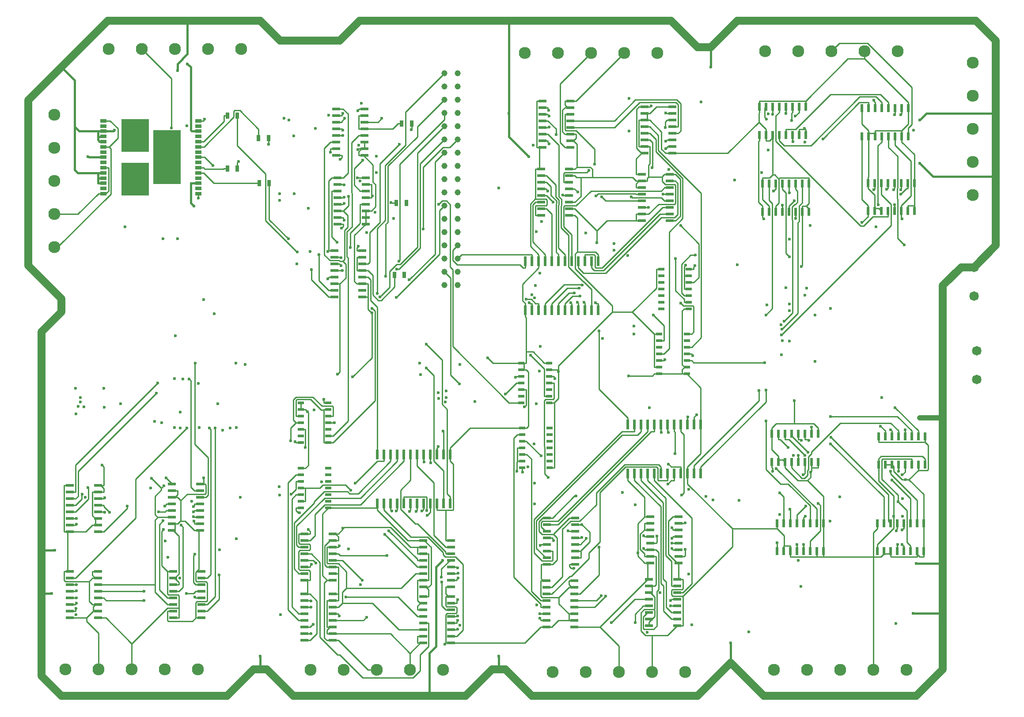
<source format=gbl>
G04 #@! TF.FileFunction,Copper,L4,Bot,Signal*
%FSLAX46Y46*%
G04 Gerber Fmt 4.6, Leading zero omitted, Abs format (unit mm)*
G04 Created by KiCad (PCBNEW 4.0.2-stable) date Wed 13 Apr 2016 04:33:45 PM CST*
%MOMM*%
G01*
G04 APERTURE LIST*
%ADD10C,0.100000*%
%ADD11R,5.250000X6.230000*%
%ADD12R,5.250000X10.300000*%
%ADD13R,1.300000X0.665000*%
%ADD14C,1.157000*%
%ADD15R,0.700000X1.300000*%
%ADD16C,2.300000*%
%ADD17C,1.820000*%
%ADD18R,1.500000X0.550000*%
%ADD19R,0.550000X1.950000*%
%ADD20R,1.180000X0.580000*%
%ADD21R,0.550000X1.500000*%
%ADD22C,0.600000*%
%ADD23C,0.250000*%
%ADD24C,0.400000*%
%ADD25C,1.000000*%
%ADD26C,1.500000*%
G04 APERTURE END LIST*
D10*
D11*
X38225000Y-55727000D03*
X38225000Y-47397000D03*
D12*
X44325000Y-51562000D03*
D13*
X50375000Y-44562000D03*
X50375000Y-45562000D03*
X50375000Y-46562000D03*
X50375000Y-47562000D03*
X50375000Y-48562000D03*
X50375000Y-49562000D03*
X50375000Y-50562000D03*
X50375000Y-51562000D03*
X50375000Y-52562000D03*
X50375000Y-53562000D03*
X50375000Y-54562000D03*
X50375000Y-55562000D03*
X50375000Y-56562000D03*
X50375000Y-57562000D03*
X50375000Y-58562000D03*
X32175000Y-58562000D03*
X32175000Y-57562000D03*
X32175000Y-56562000D03*
X32175000Y-55562000D03*
X32175000Y-54562000D03*
X32175000Y-53562000D03*
X32175000Y-52562000D03*
X32175000Y-51562000D03*
X32175000Y-50562000D03*
X32175000Y-49562000D03*
X32175000Y-48562000D03*
X32175000Y-47562000D03*
X32175000Y-46562000D03*
X32175000Y-45562000D03*
X32175000Y-44562000D03*
D14*
X100076000Y-76073000D03*
X97536000Y-76073000D03*
X100076000Y-73533000D03*
X97536000Y-73533000D03*
X100076000Y-70993000D03*
X97536000Y-70993000D03*
X100076000Y-68453000D03*
X97536000Y-68453000D03*
X100076000Y-65913000D03*
X97536000Y-65913000D03*
X100076000Y-63373000D03*
X97536000Y-63373000D03*
X100076000Y-60833000D03*
X97536000Y-60833000D03*
X100076000Y-58293000D03*
X97536000Y-58293000D03*
X100076000Y-55753000D03*
X97536000Y-55753000D03*
X100076000Y-53213000D03*
X97536000Y-53213000D03*
X100076000Y-50673000D03*
X97536000Y-50673000D03*
X100076000Y-48133000D03*
X97536000Y-48133000D03*
X100076000Y-45593000D03*
X97536000Y-45593000D03*
X100076000Y-43053000D03*
X97536000Y-43053000D03*
X100076000Y-40513000D03*
X97536000Y-40513000D03*
X100076000Y-37973000D03*
X97536000Y-37973000D03*
X100076000Y-35433000D03*
X97536000Y-35433000D03*
D15*
X62042000Y-56515000D03*
X63942000Y-56515000D03*
X55946000Y-43561000D03*
X57846000Y-43561000D03*
X61915000Y-47879000D03*
X63815000Y-47879000D03*
D16*
X160655000Y-149937000D03*
X167005000Y-149937000D03*
X173355000Y-149937000D03*
X179705000Y-149937000D03*
X186055000Y-149937000D03*
X50292000Y-149783000D03*
X43942000Y-149783000D03*
X37592000Y-149783000D03*
X31242000Y-149783000D03*
X24892000Y-149783000D03*
X71882000Y-149937000D03*
X78232000Y-149937000D03*
X84582000Y-149937000D03*
X90932000Y-149937000D03*
X97282000Y-149937000D03*
X22810000Y-68834000D03*
X22810000Y-62484000D03*
X22810000Y-56134000D03*
X22810000Y-49784000D03*
X22810000Y-43434000D03*
X33147000Y-30811000D03*
X39497000Y-30811000D03*
X45847000Y-30811000D03*
X52197000Y-30811000D03*
X58547000Y-30811000D03*
D17*
X199517000Y-88690000D03*
X199517000Y-94190000D03*
X199009000Y-78188000D03*
X199009000Y-72688000D03*
D16*
X118237000Y-150318000D03*
X124587000Y-150318000D03*
X130937000Y-150318000D03*
X137287000Y-150318000D03*
X143637000Y-150318000D03*
X112903000Y-31573000D03*
X119253000Y-31573000D03*
X125603000Y-31573000D03*
X131953000Y-31573000D03*
X138303000Y-31573000D03*
D18*
X81821000Y-69469000D03*
X81821000Y-70739000D03*
X81821000Y-72009000D03*
X81821000Y-73279000D03*
X81821000Y-74549000D03*
X81821000Y-75819000D03*
X81821000Y-77089000D03*
X81821000Y-78359000D03*
X76421000Y-78359000D03*
X76421000Y-77089000D03*
X76421000Y-75819000D03*
X76421000Y-74549000D03*
X76421000Y-73279000D03*
X76421000Y-72009000D03*
X76421000Y-70739000D03*
X76421000Y-69469000D03*
X82202000Y-42291000D03*
X82202000Y-43561000D03*
X82202000Y-44831000D03*
X82202000Y-46101000D03*
X82202000Y-47371000D03*
X82202000Y-48641000D03*
X82202000Y-49911000D03*
X82202000Y-51181000D03*
X76802000Y-51181000D03*
X76802000Y-49911000D03*
X76802000Y-48641000D03*
X76802000Y-47371000D03*
X76802000Y-46101000D03*
X76802000Y-44831000D03*
X76802000Y-43561000D03*
X76802000Y-42291000D03*
X82456000Y-55499000D03*
X82456000Y-56769000D03*
X82456000Y-58039000D03*
X82456000Y-59309000D03*
X82456000Y-60579000D03*
X82456000Y-61849000D03*
X82456000Y-63119000D03*
X82456000Y-64389000D03*
X77056000Y-64389000D03*
X77056000Y-63119000D03*
X77056000Y-61849000D03*
X77056000Y-60579000D03*
X77056000Y-59309000D03*
X77056000Y-58039000D03*
X77056000Y-56769000D03*
X77056000Y-55499000D03*
D16*
X159004000Y-31192000D03*
X165354000Y-31192000D03*
X171704000Y-31192000D03*
X178054000Y-31192000D03*
X184404000Y-31192000D03*
X198832000Y-58801000D03*
X198832000Y-52451000D03*
X198832000Y-46101000D03*
X198832000Y-39751000D03*
X198832000Y-33401000D03*
D15*
X89347000Y-45085000D03*
X91247000Y-45085000D03*
X87950000Y-74168000D03*
X89850000Y-74168000D03*
X88331000Y-60325000D03*
X90231000Y-60325000D03*
X55946000Y-53721000D03*
X57846000Y-53721000D03*
D19*
X127017000Y-80900000D03*
X125747000Y-80900000D03*
X124477000Y-80900000D03*
X123207000Y-80900000D03*
X121937000Y-80900000D03*
X120667000Y-80900000D03*
X119397000Y-80900000D03*
X118127000Y-80900000D03*
X116857000Y-80900000D03*
X115587000Y-80900000D03*
X114317000Y-80900000D03*
X113047000Y-80900000D03*
X113047000Y-71500000D03*
X114317000Y-71500000D03*
X115587000Y-71500000D03*
X116857000Y-71500000D03*
X118127000Y-71500000D03*
X119397000Y-71500000D03*
X120667000Y-71500000D03*
X121937000Y-71500000D03*
X123207000Y-71500000D03*
X124477000Y-71500000D03*
X125747000Y-71500000D03*
X127017000Y-71500000D03*
D20*
X144011000Y-85471000D03*
X144011000Y-86741000D03*
X144011000Y-88011000D03*
X144011000Y-89281000D03*
X144011000Y-90551000D03*
X144011000Y-91821000D03*
X144011000Y-93091000D03*
X138691000Y-93091000D03*
X138691000Y-91821000D03*
X138691000Y-90551000D03*
X138691000Y-89281000D03*
X138691000Y-88011000D03*
X138691000Y-86741000D03*
X138691000Y-85471000D03*
D18*
X116045000Y-62738000D03*
X116045000Y-61468000D03*
X116045000Y-60198000D03*
X116045000Y-58928000D03*
X116045000Y-57658000D03*
X116045000Y-56388000D03*
X116045000Y-55118000D03*
X116045000Y-53848000D03*
X121445000Y-53848000D03*
X121445000Y-55118000D03*
X121445000Y-56388000D03*
X121445000Y-57658000D03*
X121445000Y-58928000D03*
X121445000Y-60198000D03*
X121445000Y-61468000D03*
X121445000Y-62738000D03*
X116299000Y-49657000D03*
X116299000Y-48387000D03*
X116299000Y-47117000D03*
X116299000Y-45847000D03*
X116299000Y-44577000D03*
X116299000Y-43307000D03*
X116299000Y-42037000D03*
X116299000Y-40767000D03*
X121699000Y-40767000D03*
X121699000Y-42037000D03*
X121699000Y-43307000D03*
X121699000Y-44577000D03*
X121699000Y-45847000D03*
X121699000Y-47117000D03*
X121699000Y-48387000D03*
X121699000Y-49657000D03*
X140749000Y-54864000D03*
X140749000Y-56134000D03*
X140749000Y-57404000D03*
X140749000Y-58674000D03*
X140749000Y-59944000D03*
X140749000Y-61214000D03*
X140749000Y-62484000D03*
X140749000Y-63754000D03*
X135349000Y-63754000D03*
X135349000Y-62484000D03*
X135349000Y-61214000D03*
X135349000Y-59944000D03*
X135349000Y-58674000D03*
X135349000Y-57404000D03*
X135349000Y-56134000D03*
X135349000Y-54864000D03*
X141257000Y-41910000D03*
X141257000Y-43180000D03*
X141257000Y-44450000D03*
X141257000Y-45720000D03*
X141257000Y-46990000D03*
X141257000Y-48260000D03*
X141257000Y-49530000D03*
X141257000Y-50800000D03*
X135857000Y-50800000D03*
X135857000Y-49530000D03*
X135857000Y-48260000D03*
X135857000Y-46990000D03*
X135857000Y-45720000D03*
X135857000Y-44450000D03*
X135857000Y-43180000D03*
X135857000Y-41910000D03*
D19*
X132698000Y-102869000D03*
X133968000Y-102869000D03*
X135238000Y-102869000D03*
X136508000Y-102869000D03*
X137778000Y-102869000D03*
X139048000Y-102869000D03*
X140318000Y-102869000D03*
X141588000Y-102869000D03*
X142858000Y-102869000D03*
X144128000Y-102869000D03*
X145398000Y-102869000D03*
X146668000Y-102869000D03*
X146668000Y-112269000D03*
X145398000Y-112269000D03*
X144128000Y-112269000D03*
X142858000Y-112269000D03*
X141588000Y-112269000D03*
X140318000Y-112269000D03*
X139048000Y-112269000D03*
X137778000Y-112269000D03*
X136508000Y-112269000D03*
X135238000Y-112269000D03*
X133968000Y-112269000D03*
X132698000Y-112269000D03*
D20*
X112275000Y-98679000D03*
X112275000Y-97409000D03*
X112275000Y-96139000D03*
X112275000Y-94869000D03*
X112275000Y-93599000D03*
X112275000Y-92329000D03*
X112275000Y-91059000D03*
X117595000Y-91059000D03*
X117595000Y-92329000D03*
X117595000Y-93599000D03*
X117595000Y-94869000D03*
X117595000Y-96139000D03*
X117595000Y-97409000D03*
X117595000Y-98679000D03*
D21*
X161290000Y-121760000D03*
X162560000Y-121760000D03*
X163830000Y-121760000D03*
X165100000Y-121760000D03*
X166370000Y-121760000D03*
X167640000Y-121760000D03*
X168910000Y-121760000D03*
X170180000Y-121760000D03*
X170180000Y-127160000D03*
X168910000Y-127160000D03*
X167640000Y-127160000D03*
X166370000Y-127160000D03*
X165100000Y-127160000D03*
X163830000Y-127160000D03*
X162560000Y-127160000D03*
X161290000Y-127160000D03*
X160274000Y-104615000D03*
X161544000Y-104615000D03*
X162814000Y-104615000D03*
X164084000Y-104615000D03*
X165354000Y-104615000D03*
X166624000Y-104615000D03*
X167894000Y-104615000D03*
X169164000Y-104615000D03*
X169164000Y-110015000D03*
X167894000Y-110015000D03*
X166624000Y-110015000D03*
X165354000Y-110015000D03*
X164084000Y-110015000D03*
X162814000Y-110015000D03*
X161544000Y-110015000D03*
X160274000Y-110015000D03*
X180467000Y-121760000D03*
X181737000Y-121760000D03*
X183007000Y-121760000D03*
X184277000Y-121760000D03*
X185547000Y-121760000D03*
X186817000Y-121760000D03*
X188087000Y-121760000D03*
X189357000Y-121760000D03*
X189357000Y-127160000D03*
X188087000Y-127160000D03*
X186817000Y-127160000D03*
X185547000Y-127160000D03*
X184277000Y-127160000D03*
X183007000Y-127160000D03*
X181737000Y-127160000D03*
X180467000Y-127160000D03*
X180721000Y-105123000D03*
X181991000Y-105123000D03*
X183261000Y-105123000D03*
X184531000Y-105123000D03*
X185801000Y-105123000D03*
X187071000Y-105123000D03*
X188341000Y-105123000D03*
X189611000Y-105123000D03*
X189611000Y-110523000D03*
X188341000Y-110523000D03*
X187071000Y-110523000D03*
X185801000Y-110523000D03*
X184531000Y-110523000D03*
X183261000Y-110523000D03*
X181991000Y-110523000D03*
X180721000Y-110523000D03*
D20*
X144392000Y-73025000D03*
X144392000Y-74295000D03*
X144392000Y-75565000D03*
X144392000Y-76835000D03*
X144392000Y-78105000D03*
X144392000Y-79375000D03*
X144392000Y-80645000D03*
X139072000Y-80645000D03*
X139072000Y-79375000D03*
X139072000Y-78105000D03*
X139072000Y-76835000D03*
X139072000Y-75565000D03*
X139072000Y-74295000D03*
X139072000Y-73025000D03*
D19*
X84692000Y-108584000D03*
X85962000Y-108584000D03*
X87232000Y-108584000D03*
X88502000Y-108584000D03*
X89772000Y-108584000D03*
X91042000Y-108584000D03*
X92312000Y-108584000D03*
X93582000Y-108584000D03*
X94852000Y-108584000D03*
X96122000Y-108584000D03*
X97392000Y-108584000D03*
X98662000Y-108584000D03*
X98662000Y-117984000D03*
X97392000Y-117984000D03*
X96122000Y-117984000D03*
X94852000Y-117984000D03*
X93582000Y-117984000D03*
X92312000Y-117984000D03*
X91042000Y-117984000D03*
X89772000Y-117984000D03*
X88502000Y-117984000D03*
X87232000Y-117984000D03*
X85962000Y-117984000D03*
X84692000Y-117984000D03*
D20*
X69984000Y-106299000D03*
X69984000Y-105029000D03*
X69984000Y-103759000D03*
X69984000Y-102489000D03*
X69984000Y-101219000D03*
X69984000Y-99949000D03*
X69984000Y-98679000D03*
X75304000Y-98679000D03*
X75304000Y-99949000D03*
X75304000Y-101219000D03*
X75304000Y-102489000D03*
X75304000Y-103759000D03*
X75304000Y-105029000D03*
X75304000Y-106299000D03*
D18*
X117061000Y-141732000D03*
X117061000Y-140462000D03*
X117061000Y-139192000D03*
X117061000Y-137922000D03*
X117061000Y-136652000D03*
X117061000Y-135382000D03*
X117061000Y-134112000D03*
X117061000Y-132842000D03*
X122461000Y-132842000D03*
X122461000Y-134112000D03*
X122461000Y-135382000D03*
X122461000Y-136652000D03*
X122461000Y-137922000D03*
X122461000Y-139192000D03*
X122461000Y-140462000D03*
X122461000Y-141732000D03*
X117188000Y-129667000D03*
X117188000Y-128397000D03*
X117188000Y-127127000D03*
X117188000Y-125857000D03*
X117188000Y-124587000D03*
X117188000Y-123317000D03*
X117188000Y-122047000D03*
X117188000Y-120777000D03*
X122588000Y-120777000D03*
X122588000Y-122047000D03*
X122588000Y-123317000D03*
X122588000Y-124587000D03*
X122588000Y-125857000D03*
X122588000Y-127127000D03*
X122588000Y-128397000D03*
X122588000Y-129667000D03*
X142146000Y-132588000D03*
X142146000Y-133858000D03*
X142146000Y-135128000D03*
X142146000Y-136398000D03*
X142146000Y-137668000D03*
X142146000Y-138938000D03*
X142146000Y-140208000D03*
X142146000Y-141478000D03*
X136746000Y-141478000D03*
X136746000Y-140208000D03*
X136746000Y-138938000D03*
X136746000Y-137668000D03*
X136746000Y-136398000D03*
X136746000Y-135128000D03*
X136746000Y-133858000D03*
X136746000Y-132588000D03*
X142400000Y-120523000D03*
X142400000Y-121793000D03*
X142400000Y-123063000D03*
X142400000Y-124333000D03*
X142400000Y-125603000D03*
X142400000Y-126873000D03*
X142400000Y-128143000D03*
X142400000Y-129413000D03*
X137000000Y-129413000D03*
X137000000Y-128143000D03*
X137000000Y-126873000D03*
X137000000Y-125603000D03*
X137000000Y-124333000D03*
X137000000Y-123063000D03*
X137000000Y-121793000D03*
X137000000Y-120523000D03*
D20*
X112402000Y-111125000D03*
X112402000Y-109855000D03*
X112402000Y-108585000D03*
X112402000Y-107315000D03*
X112402000Y-106045000D03*
X112402000Y-104775000D03*
X112402000Y-103505000D03*
X117722000Y-103505000D03*
X117722000Y-104775000D03*
X117722000Y-106045000D03*
X117722000Y-107315000D03*
X117722000Y-108585000D03*
X117722000Y-109855000D03*
X117722000Y-111125000D03*
D18*
X70706000Y-144272000D03*
X70706000Y-143002000D03*
X70706000Y-141732000D03*
X70706000Y-140462000D03*
X70706000Y-139192000D03*
X70706000Y-137922000D03*
X70706000Y-136652000D03*
X70706000Y-135382000D03*
X76106000Y-135382000D03*
X76106000Y-136652000D03*
X76106000Y-137922000D03*
X76106000Y-139192000D03*
X76106000Y-140462000D03*
X76106000Y-141732000D03*
X76106000Y-143002000D03*
X76106000Y-144272000D03*
X70706000Y-132715000D03*
X70706000Y-131445000D03*
X70706000Y-130175000D03*
X70706000Y-128905000D03*
X70706000Y-127635000D03*
X70706000Y-126365000D03*
X70706000Y-125095000D03*
X70706000Y-123825000D03*
X76106000Y-123825000D03*
X76106000Y-125095000D03*
X76106000Y-126365000D03*
X76106000Y-127635000D03*
X76106000Y-128905000D03*
X76106000Y-130175000D03*
X76106000Y-131445000D03*
X76106000Y-132715000D03*
X98839000Y-135890000D03*
X98839000Y-137160000D03*
X98839000Y-138430000D03*
X98839000Y-139700000D03*
X98839000Y-140970000D03*
X98839000Y-142240000D03*
X98839000Y-143510000D03*
X98839000Y-144780000D03*
X93439000Y-144780000D03*
X93439000Y-143510000D03*
X93439000Y-142240000D03*
X93439000Y-140970000D03*
X93439000Y-139700000D03*
X93439000Y-138430000D03*
X93439000Y-137160000D03*
X93439000Y-135890000D03*
X98839000Y-125095000D03*
X98839000Y-126365000D03*
X98839000Y-127635000D03*
X98839000Y-128905000D03*
X98839000Y-130175000D03*
X98839000Y-131445000D03*
X98839000Y-132715000D03*
X98839000Y-133985000D03*
X93439000Y-133985000D03*
X93439000Y-132715000D03*
X93439000Y-131445000D03*
X93439000Y-130175000D03*
X93439000Y-128905000D03*
X93439000Y-127635000D03*
X93439000Y-126365000D03*
X93439000Y-125095000D03*
D20*
X69984000Y-118872000D03*
X69984000Y-117602000D03*
X69984000Y-116332000D03*
X69984000Y-115062000D03*
X69984000Y-113792000D03*
X69984000Y-112522000D03*
X69984000Y-111252000D03*
X75304000Y-111252000D03*
X75304000Y-112522000D03*
X75304000Y-113792000D03*
X75304000Y-115062000D03*
X75304000Y-116332000D03*
X75304000Y-117602000D03*
X75304000Y-118872000D03*
D18*
X25748000Y-123444000D03*
X25748000Y-122174000D03*
X25748000Y-120904000D03*
X25748000Y-119634000D03*
X25748000Y-118364000D03*
X25748000Y-117094000D03*
X25748000Y-115824000D03*
X25748000Y-114554000D03*
X31148000Y-114554000D03*
X31148000Y-115824000D03*
X31148000Y-117094000D03*
X31148000Y-118364000D03*
X31148000Y-119634000D03*
X31148000Y-120904000D03*
X31148000Y-122174000D03*
X31148000Y-123444000D03*
X25748000Y-139954000D03*
X25748000Y-138684000D03*
X25748000Y-137414000D03*
X25748000Y-136144000D03*
X25748000Y-134874000D03*
X25748000Y-133604000D03*
X25748000Y-132334000D03*
X25748000Y-131064000D03*
X31148000Y-131064000D03*
X31148000Y-132334000D03*
X31148000Y-133604000D03*
X31148000Y-134874000D03*
X31148000Y-136144000D03*
X31148000Y-137414000D03*
X31148000Y-138684000D03*
X31148000Y-139954000D03*
X50706000Y-114300000D03*
X50706000Y-115570000D03*
X50706000Y-116840000D03*
X50706000Y-118110000D03*
X50706000Y-119380000D03*
X50706000Y-120650000D03*
X50706000Y-121920000D03*
X50706000Y-123190000D03*
X45306000Y-123190000D03*
X45306000Y-121920000D03*
X45306000Y-120650000D03*
X45306000Y-119380000D03*
X45306000Y-118110000D03*
X45306000Y-116840000D03*
X45306000Y-115570000D03*
X45306000Y-114300000D03*
X50960000Y-131064000D03*
X50960000Y-132334000D03*
X50960000Y-133604000D03*
X50960000Y-134874000D03*
X50960000Y-136144000D03*
X50960000Y-137414000D03*
X50960000Y-138684000D03*
X50960000Y-139954000D03*
X45560000Y-139954000D03*
X45560000Y-138684000D03*
X45560000Y-137414000D03*
X45560000Y-136144000D03*
X45560000Y-134874000D03*
X45560000Y-133604000D03*
X45560000Y-132334000D03*
X45560000Y-131064000D03*
D21*
X158496000Y-56609000D03*
X159766000Y-56609000D03*
X161036000Y-56609000D03*
X162306000Y-56609000D03*
X163576000Y-56609000D03*
X164846000Y-56609000D03*
X166116000Y-56609000D03*
X167386000Y-56609000D03*
X167386000Y-62009000D03*
X166116000Y-62009000D03*
X164846000Y-62009000D03*
X163576000Y-62009000D03*
X162306000Y-62009000D03*
X161036000Y-62009000D03*
X159766000Y-62009000D03*
X158496000Y-62009000D03*
X157861000Y-41877000D03*
X159131000Y-41877000D03*
X160401000Y-41877000D03*
X161671000Y-41877000D03*
X162941000Y-41877000D03*
X164211000Y-41877000D03*
X165481000Y-41877000D03*
X166751000Y-41877000D03*
X166751000Y-47277000D03*
X165481000Y-47277000D03*
X164211000Y-47277000D03*
X162941000Y-47277000D03*
X161671000Y-47277000D03*
X160401000Y-47277000D03*
X159131000Y-47277000D03*
X157861000Y-47277000D03*
X178689000Y-56482000D03*
X179959000Y-56482000D03*
X181229000Y-56482000D03*
X182499000Y-56482000D03*
X183769000Y-56482000D03*
X185039000Y-56482000D03*
X186309000Y-56482000D03*
X187579000Y-56482000D03*
X187579000Y-61882000D03*
X186309000Y-61882000D03*
X185039000Y-61882000D03*
X183769000Y-61882000D03*
X182499000Y-61882000D03*
X181229000Y-61882000D03*
X179959000Y-61882000D03*
X178689000Y-61882000D03*
X177546000Y-42131000D03*
X178816000Y-42131000D03*
X180086000Y-42131000D03*
X181356000Y-42131000D03*
X182626000Y-42131000D03*
X183896000Y-42131000D03*
X185166000Y-42131000D03*
X186436000Y-42131000D03*
X186436000Y-47531000D03*
X185166000Y-47531000D03*
X183896000Y-47531000D03*
X182626000Y-47531000D03*
X181356000Y-47531000D03*
X180086000Y-47531000D03*
X178816000Y-47531000D03*
X177546000Y-47531000D03*
D22*
X134604600Y-127458400D03*
X183607400Y-120408300D03*
X97696900Y-98551200D03*
X161268500Y-125543400D03*
X137126500Y-41715800D03*
X158922900Y-90943400D03*
X158750400Y-63338700D03*
X177559100Y-64084000D03*
X75169600Y-69645100D03*
X122357600Y-130447200D03*
X111158200Y-93765200D03*
X119337000Y-92681900D03*
X160405100Y-111773300D03*
X36777200Y-118470400D03*
X44173700Y-113038800D03*
X43679800Y-122984400D03*
X83616300Y-80561100D03*
X83616300Y-81420400D03*
X79951100Y-93689600D03*
X97581600Y-144962100D03*
X167757400Y-111956000D03*
X31906500Y-110617000D03*
X71319200Y-100368900D03*
X74388700Y-97978000D03*
X78021500Y-122732600D03*
X105826500Y-90050300D03*
X132871000Y-93479600D03*
X166506900Y-45992400D03*
X164563600Y-98292800D03*
X185915900Y-113439800D03*
X80933900Y-50103800D03*
X91150200Y-46259500D03*
X122728700Y-116584700D03*
X123860600Y-122034700D03*
X165901900Y-72553500D03*
X71419600Y-123017200D03*
X51389800Y-113038800D03*
X126755600Y-67942300D03*
X32281900Y-95885000D03*
X77801400Y-65169200D03*
X72085300Y-73116900D03*
X77536900Y-51971700D03*
X45981000Y-85849100D03*
X32305200Y-99524900D03*
X78312500Y-63593600D03*
X73507500Y-70262900D03*
X75663200Y-50552300D03*
X96438500Y-97864700D03*
X50367900Y-94948900D03*
X35461800Y-98869500D03*
X77082400Y-93183600D03*
X79172900Y-59090000D03*
X103358100Y-98394200D03*
X26890900Y-100805700D03*
X164337400Y-48530500D03*
X185221400Y-63340700D03*
X164830300Y-63327700D03*
X168574500Y-90695000D03*
X77977900Y-73305900D03*
X88882900Y-49088200D03*
X158349700Y-54449700D03*
X78064200Y-46329200D03*
X85542900Y-44089000D03*
X180254900Y-64867000D03*
X78339500Y-59239300D03*
X81838400Y-52098600D03*
X114582000Y-49244000D03*
X132882200Y-40244000D03*
X136367800Y-142717700D03*
X115255200Y-137471500D03*
X49530000Y-60960000D03*
X48260000Y-33655000D03*
X29210000Y-51435000D03*
X188595000Y-101600000D03*
X109855000Y-43180000D03*
X113665000Y-51435000D03*
X188595000Y-44450000D03*
X188595000Y-52705000D03*
X187325000Y-139065000D03*
X187960000Y-129540000D03*
X107950000Y-147320000D03*
X97155000Y-128905000D03*
X22225000Y-135255000D03*
X22860000Y-127000000D03*
X46355000Y-34925000D03*
X34290000Y-46355000D03*
X148590000Y-34290000D03*
X62230000Y-147320000D03*
X152400000Y-144780000D03*
X65827700Y-114774700D03*
X154025000Y-117354700D03*
X36335800Y-64906900D03*
X45180800Y-45895300D03*
X48159000Y-45522800D03*
X86233000Y-74407900D03*
X88821900Y-71475400D03*
X51529000Y-44224800D03*
X50333200Y-59398400D03*
X79157700Y-126731000D03*
X100455300Y-141376400D03*
X26878900Y-139316600D03*
X43981100Y-125183100D03*
X167625300Y-64671200D03*
X84675700Y-77682400D03*
X165383500Y-128909700D03*
X184092300Y-141057600D03*
X84506200Y-54446100D03*
X84497100Y-51381200D03*
X114941100Y-76146200D03*
X114689800Y-106517900D03*
X114809000Y-118088700D03*
X115111600Y-98825500D03*
X92749800Y-91035800D03*
X93462000Y-65293600D03*
X71415600Y-61309000D03*
X116143300Y-63868000D03*
X100452400Y-91313000D03*
X113531600Y-110970500D03*
X72815400Y-45998100D03*
X114819200Y-78539800D03*
X75357700Y-43455900D03*
X115882900Y-87822600D03*
X96320300Y-96755300D03*
X84207100Y-62148300D03*
X124624500Y-66099400D03*
X87755400Y-63266100D03*
X92949600Y-93280400D03*
X81340500Y-56129800D03*
X115769500Y-92583000D03*
X115128000Y-65795900D03*
X114267200Y-77899200D03*
X81090100Y-49276100D03*
X127825800Y-86358500D03*
X81581600Y-41227100D03*
X181322000Y-97679000D03*
X63856400Y-49039000D03*
X153635900Y-72183400D03*
X159589300Y-50165000D03*
X58045900Y-52362000D03*
X132678300Y-70413900D03*
X144316500Y-115320000D03*
X144321600Y-131511800D03*
X51390000Y-78888000D03*
X46370500Y-67220300D03*
X54454200Y-126840800D03*
X44568500Y-128340100D03*
X159586900Y-43224900D03*
X65933400Y-58581600D03*
X153152700Y-55956100D03*
X88348700Y-73000700D03*
X88330500Y-78436500D03*
X90782300Y-75094900D03*
X85143500Y-78360000D03*
X82593600Y-66037100D03*
X97888300Y-96393000D03*
X100404400Y-95059200D03*
X97888300Y-97663000D03*
X65946100Y-59848900D03*
X166626900Y-48670400D03*
X139476600Y-58674000D03*
X120188300Y-58829100D03*
X133303800Y-59153900D03*
X123059600Y-58202600D03*
X184121900Y-123218100D03*
X165100000Y-125872900D03*
X185254400Y-123037000D03*
X166370000Y-125893200D03*
X185801000Y-103840900D03*
X165354000Y-108762500D03*
X140892300Y-136585800D03*
X128466000Y-135783200D03*
X140867900Y-137668000D03*
X127619000Y-135708600D03*
X141112800Y-124716600D03*
X124712800Y-124716100D03*
X141129800Y-125603000D03*
X123857800Y-124535800D03*
X100094200Y-139575200D03*
X82656900Y-139799400D03*
X100103500Y-140463800D03*
X77389500Y-139617400D03*
X96961900Y-132130900D03*
X81800900Y-132692600D03*
X100094200Y-130366800D03*
X86510100Y-127980700D03*
X49424800Y-118546600D03*
X32409200Y-119683800D03*
X49447200Y-119621200D03*
X33315800Y-119680700D03*
X48124500Y-135280900D03*
X39945200Y-136581700D03*
X49697800Y-135957100D03*
X39948900Y-134799200D03*
X162963900Y-76581500D03*
X160401000Y-43299500D03*
X163640800Y-86856100D03*
X159291400Y-44272100D03*
X163640300Y-80988500D03*
X164096900Y-44456000D03*
X163622700Y-79741300D03*
X164792200Y-43680400D03*
X166602500Y-78003500D03*
X179786400Y-40582900D03*
X166965400Y-76698800D03*
X170090300Y-48034900D03*
X168573700Y-81805000D03*
X183819900Y-43413700D03*
X171539900Y-80535000D03*
X185028200Y-43385000D03*
X162140000Y-89425000D03*
X184991100Y-58663200D03*
X162264300Y-86705700D03*
X184988800Y-57748200D03*
X162005600Y-83710000D03*
X179856300Y-57780900D03*
X162140000Y-85615000D03*
X162215300Y-84562400D03*
X162665600Y-82987400D03*
X159146600Y-81805000D03*
X159308700Y-79887700D03*
X160601900Y-58019900D03*
X182255300Y-57745600D03*
X162306000Y-60754200D03*
X183601500Y-57779200D03*
X164562400Y-59947300D03*
X163618600Y-67310000D03*
X163617300Y-58341400D03*
X163614200Y-70639400D03*
X183769000Y-60630100D03*
X162941000Y-43151800D03*
X180681700Y-60651000D03*
X185656100Y-68382400D03*
X145114700Y-89583800D03*
X126341600Y-52916400D03*
X125175700Y-54081800D03*
X139791400Y-90365900D03*
X27310800Y-99330100D03*
X136615000Y-61139300D03*
X137342600Y-53519200D03*
X169197000Y-117954600D03*
X184467400Y-117676100D03*
X166311400Y-112501300D03*
X27761100Y-98529700D03*
X27761100Y-97687000D03*
X109182600Y-97015700D03*
X118686400Y-94052700D03*
X121199700Y-123242700D03*
X135740200Y-126586400D03*
X127176200Y-126406000D03*
X26876200Y-95885000D03*
X41413400Y-113157000D03*
X43728800Y-114612100D03*
X32449900Y-116867400D03*
X28425700Y-99466800D03*
X68029900Y-105966600D03*
X77364500Y-126115000D03*
X126514500Y-79442900D03*
X77723900Y-72374200D03*
X127174300Y-84916900D03*
X75156700Y-74888900D03*
X54071300Y-98874300D03*
X81025200Y-68668500D03*
X164408000Y-108763800D03*
X77726900Y-70865700D03*
X137549900Y-81824800D03*
X115857600Y-73808600D03*
X78422000Y-44093900D03*
X114073200Y-89579500D03*
X78078600Y-47417000D03*
X41263700Y-115056300D03*
X80940600Y-42597100D03*
X161778400Y-120142000D03*
X78052800Y-43147400D03*
X142827700Y-79563300D03*
X76961100Y-67849400D03*
X96431600Y-60602800D03*
X78315100Y-60453500D03*
X68884900Y-106115200D03*
X79485000Y-68916300D03*
X49085800Y-117547600D03*
X80846600Y-55491600D03*
X171403200Y-121412000D03*
X107907200Y-57420000D03*
X78339500Y-56836900D03*
X143787900Y-72229000D03*
X111458500Y-111773400D03*
X68730200Y-58515100D03*
X68653700Y-47430600D03*
X79605400Y-115458700D03*
X28706100Y-116843600D03*
X185331000Y-120467300D03*
X130030200Y-69374000D03*
X71784500Y-69669100D03*
X69261200Y-71980500D03*
X53433600Y-81575600D03*
X133850600Y-85505400D03*
X69365400Y-69690200D03*
X67624700Y-67190300D03*
X145538600Y-72370600D03*
X67728000Y-44415200D03*
X140539000Y-53904300D03*
X145611400Y-70338500D03*
X146737600Y-40919300D03*
X144968000Y-141310500D03*
X134083100Y-118239000D03*
X112496800Y-111950100D03*
X116083600Y-108867300D03*
X149027400Y-117299800D03*
X65942600Y-116404600D03*
X69754000Y-119800100D03*
X68167400Y-116200100D03*
X66106000Y-139308100D03*
X58438100Y-116781900D03*
X57637500Y-124801200D03*
X185321400Y-117032300D03*
X155908200Y-142665000D03*
X147674300Y-116673200D03*
X133842400Y-83950600D03*
X53133600Y-53160000D03*
X130043100Y-68104000D03*
X43559600Y-67223900D03*
X66760900Y-44067900D03*
X132902500Y-46529100D03*
X131674900Y-115851500D03*
X138858700Y-135122700D03*
X136834700Y-99600000D03*
X165889700Y-133937600D03*
X72575100Y-100028800D03*
X81471600Y-133542700D03*
X73996300Y-113827700D03*
X46817900Y-132333100D03*
X141838100Y-70971500D03*
X118384400Y-60192100D03*
X142789400Y-64688700D03*
X117311400Y-58037600D03*
X124270200Y-79407000D03*
X117589800Y-48973600D03*
X122973800Y-79422200D03*
X117562600Y-43676500D03*
X121760800Y-79423500D03*
X117515600Y-42568900D03*
X123554100Y-78221600D03*
X139858200Y-45862300D03*
X122440900Y-77587100D03*
X139976600Y-43044500D03*
X123363600Y-76637900D03*
X139979700Y-48472200D03*
X123972500Y-76114800D03*
X139969400Y-49927300D03*
X113184200Y-78818900D03*
X144166900Y-101387600D03*
X56472900Y-103473800D03*
X96340500Y-107096400D03*
X145863500Y-100935800D03*
X57692600Y-103457900D03*
X97308000Y-104128300D03*
X113751300Y-79499300D03*
X57598700Y-91070000D03*
X94052500Y-91998700D03*
X157822000Y-96327900D03*
X59356500Y-91281700D03*
X94079800Y-87445200D03*
X159142000Y-96230200D03*
X127652900Y-59162600D03*
X118941100Y-47199600D03*
X126563600Y-58937300D03*
X117575600Y-45752600D03*
X166766800Y-118490700D03*
X166692500Y-120469600D03*
X139103900Y-104364400D03*
X141125400Y-122662800D03*
X140484300Y-104360000D03*
X143673300Y-121711700D03*
X141723500Y-108425300D03*
X141123500Y-126645700D03*
X143015600Y-116414600D03*
X143660800Y-126781300D03*
X140333900Y-114240800D03*
X115792200Y-140017300D03*
X140487000Y-110426300D03*
X115791600Y-139192000D03*
X112876900Y-99476700D03*
X114809000Y-114058400D03*
X135727500Y-124135800D03*
X117388100Y-112966200D03*
X138266400Y-124292700D03*
X161147400Y-111273300D03*
X159162000Y-102125000D03*
X163748900Y-119116800D03*
X161762700Y-115937000D03*
X167894000Y-103332200D03*
X167373500Y-105900300D03*
X185240100Y-125897700D03*
X165974300Y-105900300D03*
X184363600Y-125888900D03*
X167204300Y-108185200D03*
X166593700Y-108726600D03*
X163375100Y-107200800D03*
X183017900Y-111773500D03*
X183328900Y-113539800D03*
X171604700Y-105265400D03*
X171549300Y-106535300D03*
X173304400Y-116694400D03*
X184531000Y-111791800D03*
X185249800Y-112505900D03*
X183878300Y-99585000D03*
X171549300Y-101325900D03*
X183054600Y-103841300D03*
X181118100Y-103174800D03*
X80458200Y-114098800D03*
X72061900Y-129676100D03*
X93623200Y-110069100D03*
X100119200Y-131346100D03*
X94918700Y-110175300D03*
X100115400Y-132290300D03*
X87435300Y-119467300D03*
X100098100Y-142160100D03*
X88283000Y-119468300D03*
X100035700Y-136466700D03*
X94182400Y-119342900D03*
X97004000Y-133024000D03*
X90839300Y-119487000D03*
X71963000Y-136693600D03*
X92104800Y-119483800D03*
X71975600Y-137898900D03*
X93171800Y-119465700D03*
X71976000Y-142922800D03*
X94207400Y-120296100D03*
X72395000Y-141209800D03*
X70859400Y-107268100D03*
X86874200Y-123197200D03*
X76459900Y-102489000D03*
X86139600Y-123950900D03*
X134102600Y-140849800D03*
X118422100Y-125135000D03*
X129565100Y-140845300D03*
X115913200Y-126056500D03*
X45773400Y-103465900D03*
X27022900Y-137095800D03*
X46923700Y-103539900D03*
X26903900Y-138098100D03*
X46900200Y-100500100D03*
X27024800Y-133604000D03*
X48174400Y-103494000D03*
X50537500Y-103447500D03*
X49728900Y-127696100D03*
X52458900Y-103493300D03*
X53581500Y-103486500D03*
X55000400Y-103925500D03*
X54331100Y-131674800D03*
X45782500Y-94067900D03*
X49501200Y-121358400D03*
X47442100Y-94091000D03*
X49414400Y-120489800D03*
X48581100Y-94073900D03*
X49787000Y-91096200D03*
X42605900Y-94878600D03*
X42299400Y-96852200D03*
X42029700Y-102254200D03*
X27001800Y-121995500D03*
X43335600Y-102509700D03*
X27003300Y-120876300D03*
X47065000Y-122163200D03*
X43618900Y-121296700D03*
X78670700Y-135967700D03*
X72874900Y-129404200D03*
X29209300Y-114906500D03*
X28093700Y-116192600D03*
X42720000Y-119570400D03*
X27000200Y-134767000D03*
X43972700Y-118462100D03*
X27009600Y-136144000D03*
X83710600Y-58999500D03*
X87326100Y-60243600D03*
X187446700Y-46387000D03*
D23*
X180467000Y-127160000D02*
X180467000Y-126084700D01*
X75304000Y-106299000D02*
X74388700Y-106299000D01*
X75304000Y-99949000D02*
X74501300Y-99949000D01*
X177546000Y-59663700D02*
X178689000Y-60806700D01*
X177546000Y-47531000D02*
X177546000Y-59663700D01*
X178689000Y-61882000D02*
X178689000Y-60806700D01*
X45560000Y-139954000D02*
X46635300Y-139954000D01*
X32676000Y-139954000D02*
X37592000Y-144870000D01*
X31148000Y-139954000D02*
X32676000Y-139954000D01*
X37592000Y-144870000D02*
X37592000Y-149783000D01*
X93677300Y-125095000D02*
X93439000Y-125095000D01*
X94964600Y-126382300D02*
X93677300Y-125095000D01*
X94964600Y-133534700D02*
X94964600Y-126382300D01*
X94514300Y-133985000D02*
X94964600Y-133534700D01*
X93439000Y-133985000D02*
X93976700Y-133985000D01*
X93976700Y-133985000D02*
X94514300Y-133985000D01*
X94514300Y-134522600D02*
X94514300Y-135890000D01*
X93976700Y-133985000D02*
X94514300Y-134522600D01*
X93439000Y-135890000D02*
X94514300Y-135890000D01*
X135857000Y-50800000D02*
X135319400Y-50800000D01*
X135349000Y-54864000D02*
X134273700Y-54864000D01*
X31148000Y-123444000D02*
X32223300Y-123444000D01*
X69984000Y-101219000D02*
X69068700Y-101219000D01*
X74388700Y-106299000D02*
X74388700Y-100061600D01*
X74388700Y-100061600D02*
X74501300Y-99949000D01*
X75304000Y-106299000D02*
X76219300Y-106299000D01*
X93439000Y-125095000D02*
X92363700Y-125095000D01*
X134273700Y-51845700D02*
X134273700Y-54864000D01*
X135319400Y-50800000D02*
X134273700Y-51845700D01*
X135857000Y-41910000D02*
X134781700Y-41910000D01*
X134327200Y-49807800D02*
X135319400Y-50800000D01*
X134327200Y-42364500D02*
X134327200Y-49807800D01*
X134781700Y-41910000D02*
X134327200Y-42364500D01*
X137000000Y-129413000D02*
X136462400Y-129413000D01*
X136462400Y-129413000D02*
X135924700Y-129413000D01*
X136746000Y-132588000D02*
X136462400Y-132588000D01*
X189117900Y-108954600D02*
X189611000Y-109447700D01*
X181214100Y-108954600D02*
X189117900Y-108954600D01*
X180721000Y-109447700D02*
X181214100Y-108954600D01*
X180721000Y-110523000D02*
X180721000Y-109447700D01*
X189611000Y-110523000D02*
X189611000Y-109447700D01*
X76106000Y-144272000D02*
X75030700Y-144272000D01*
X76106000Y-132715000D02*
X75030700Y-132715000D01*
X112275000Y-93599000D02*
X111359700Y-93599000D01*
X158496000Y-62009000D02*
X158496000Y-60933700D01*
X161290000Y-125564900D02*
X161290000Y-127160000D01*
X161268500Y-125543400D02*
X161290000Y-125564900D01*
X173201800Y-29694200D02*
X171704000Y-31192000D01*
X178660700Y-29694200D02*
X173201800Y-29694200D01*
X187095400Y-38128900D02*
X178660700Y-29694200D01*
X187095400Y-45249000D02*
X187095400Y-38128900D01*
X186436000Y-45908400D02*
X187095400Y-45249000D01*
X186436000Y-47531000D02*
X186436000Y-45908400D01*
X74540200Y-133205500D02*
X75030700Y-132715000D01*
X74540200Y-143781500D02*
X74540200Y-133205500D01*
X75030700Y-144272000D02*
X74540200Y-143781500D01*
X84692000Y-117984000D02*
X84692000Y-118863400D01*
X84692000Y-118863400D02*
X84692000Y-119284300D01*
X76227900Y-118863400D02*
X76219300Y-118872000D01*
X84692000Y-118863400D02*
X76227900Y-118863400D01*
X75304000Y-118872000D02*
X76219300Y-118872000D01*
X117595000Y-98679000D02*
X118510300Y-98679000D01*
X118637300Y-98806000D02*
X118510300Y-98679000D01*
X118637300Y-111125000D02*
X118637300Y-98806000D01*
X117722000Y-111125000D02*
X118637300Y-111125000D01*
X135857000Y-41910000D02*
X136932300Y-41910000D01*
X137126500Y-41715800D02*
X136932300Y-41910000D01*
X76802000Y-42291000D02*
X77877300Y-42291000D01*
X158496000Y-62009000D02*
X158496000Y-63084300D01*
X183607400Y-116552700D02*
X183607400Y-120408300D01*
X180721000Y-113666300D02*
X183607400Y-116552700D01*
X180721000Y-110523000D02*
X180721000Y-113666300D01*
X122588000Y-129667000D02*
X121512700Y-129667000D01*
X144011000Y-90551000D02*
X144926300Y-90551000D01*
X145318700Y-90943400D02*
X158922900Y-90943400D01*
X144926300Y-90551000D02*
X145318700Y-90943400D01*
X158750400Y-63338700D02*
X158496000Y-63084300D01*
X178685800Y-62957300D02*
X178689000Y-62957300D01*
X177559100Y-64084000D02*
X178685800Y-62957300D01*
X178689000Y-61882000D02*
X178689000Y-62957300D01*
X76421000Y-69469000D02*
X75345700Y-69469000D01*
X77593700Y-55499000D02*
X78131300Y-55499000D01*
X77593700Y-55499000D02*
X77056000Y-55499000D01*
X75345700Y-56134000D02*
X75345700Y-69469000D01*
X75980700Y-55499000D02*
X75345700Y-56134000D01*
X77056000Y-55499000D02*
X75980700Y-55499000D01*
X117595000Y-92329000D02*
X118510300Y-92329000D01*
X111193500Y-93765200D02*
X111158200Y-93765200D01*
X111359700Y-93599000D02*
X111193500Y-93765200D01*
X119337000Y-97852300D02*
X119337000Y-92681900D01*
X118510300Y-98679000D02*
X119337000Y-97852300D01*
X119715500Y-48748800D02*
X120623700Y-49657000D01*
X119715500Y-37460500D02*
X119715500Y-48748800D01*
X125603000Y-31573000D02*
X119715500Y-37460500D01*
X121699000Y-49657000D02*
X120623700Y-49657000D01*
X180467000Y-125849600D02*
X180467000Y-126084700D01*
X183607400Y-122709200D02*
X180467000Y-125849600D01*
X183607400Y-120408300D02*
X183607400Y-122709200D01*
X119337000Y-92329000D02*
X118510300Y-92329000D01*
X119337000Y-92329000D02*
X119337000Y-92681900D01*
X138691000Y-85471000D02*
X137775700Y-85471000D01*
X138156700Y-76645000D02*
X133553200Y-81248500D01*
X138156700Y-73025000D02*
X138156700Y-76645000D01*
X139072000Y-73025000D02*
X138156700Y-73025000D01*
X138691000Y-91821000D02*
X137775700Y-91821000D01*
X133553200Y-81248500D02*
X137775700Y-85471000D01*
X137775700Y-85471000D02*
X137775700Y-91821000D01*
X160405100Y-111221400D02*
X160274000Y-111090300D01*
X160405100Y-111773300D02*
X160405100Y-111221400D01*
X160274000Y-110015000D02*
X160274000Y-111090300D01*
X136462400Y-129413000D02*
X136462400Y-132588000D01*
X130937000Y-145350600D02*
X127318400Y-141732000D01*
X130937000Y-150318000D02*
X130937000Y-145350600D01*
X136462400Y-132588000D02*
X127318400Y-141732000D01*
X127318400Y-141732000D02*
X122461000Y-141732000D01*
X134604600Y-128092900D02*
X134604600Y-127458400D01*
X135924700Y-129413000D02*
X134604600Y-128092900D01*
X134604600Y-121843100D02*
X135924700Y-120523000D01*
X134604600Y-127458400D02*
X134604600Y-121843100D01*
X137000000Y-120523000D02*
X135924700Y-120523000D01*
X135924700Y-116796000D02*
X135924700Y-120523000D01*
X132698000Y-113569300D02*
X135924700Y-116796000D01*
X132698000Y-112269000D02*
X132698000Y-113569300D01*
X157724400Y-60162100D02*
X158496000Y-60933700D01*
X157724400Y-48488900D02*
X157724400Y-60162100D01*
X157861000Y-48352300D02*
X157724400Y-48488900D01*
X157861000Y-47277000D02*
X157861000Y-48352300D01*
X36777200Y-118890100D02*
X36777200Y-118470400D01*
X32223300Y-123444000D02*
X36777200Y-118890100D01*
X45306000Y-114171100D02*
X45306000Y-114300000D01*
X44173700Y-113038800D02*
X45306000Y-114171100D01*
X46635300Y-138049000D02*
X46635300Y-139954000D01*
X44413000Y-138049000D02*
X46635300Y-138049000D01*
X37592000Y-144870000D02*
X44413000Y-138049000D01*
X44484700Y-135385200D02*
X44484700Y-131064000D01*
X44606500Y-135507000D02*
X44484700Y-135385200D01*
X46435600Y-135507000D02*
X44606500Y-135507000D01*
X46635300Y-135706700D02*
X46435600Y-135507000D01*
X46635300Y-138049000D02*
X46635300Y-135706700D01*
X45560000Y-131064000D02*
X44484700Y-131064000D01*
X43339800Y-129919100D02*
X44484700Y-131064000D01*
X43339800Y-123324400D02*
X43339800Y-129919100D01*
X43679800Y-122984400D02*
X43339800Y-123324400D01*
X83732700Y-80561100D02*
X83616300Y-80561100D01*
X84241700Y-81070100D02*
X83732700Y-80561100D01*
X84241700Y-98276600D02*
X84241700Y-81070100D01*
X76219300Y-106299000D02*
X84241700Y-98276600D01*
X74130100Y-120045900D02*
X75304000Y-118872000D01*
X74130100Y-131814400D02*
X74130100Y-120045900D01*
X75030700Y-132715000D02*
X74130100Y-131814400D01*
X75345700Y-69469000D02*
X75169600Y-69645100D01*
X73896600Y-100061600D02*
X74388700Y-100061600D01*
X71870200Y-98035200D02*
X73896600Y-100061600D01*
X69286900Y-98035200D02*
X71870200Y-98035200D01*
X69068700Y-98253400D02*
X69286900Y-98035200D01*
X69068700Y-101219000D02*
X69068700Y-98253400D01*
X78092000Y-42291000D02*
X77877300Y-42291000D01*
X79047300Y-43246300D02*
X78092000Y-42291000D01*
X79047300Y-54583000D02*
X79047300Y-43246300D01*
X78131300Y-55499000D02*
X79047300Y-54583000D01*
X82846300Y-149937000D02*
X77181300Y-144272000D01*
X84582000Y-149937000D02*
X82846300Y-149937000D01*
X76106000Y-144272000D02*
X77181300Y-144272000D01*
X90502700Y-125095000D02*
X84692000Y-119284300D01*
X92363700Y-125095000D02*
X90502700Y-125095000D01*
X127017000Y-71500000D02*
X127017000Y-70199700D01*
X129686100Y-81248500D02*
X133553200Y-81248500D01*
X119337000Y-91597600D02*
X129686100Y-81248500D01*
X119337000Y-92329000D02*
X119337000Y-91597600D01*
X121445000Y-62738000D02*
X122520300Y-62738000D01*
X126508200Y-69690900D02*
X127017000Y-70199700D01*
X122978400Y-69690900D02*
X126508200Y-69690900D01*
X122606600Y-70062700D02*
X122978400Y-69690900D01*
X122606600Y-72983900D02*
X122606600Y-70062700D01*
X129686100Y-80063400D02*
X122606600Y-72983900D01*
X129686100Y-81248500D02*
X129686100Y-80063400D01*
X122978400Y-63196100D02*
X122520300Y-62738000D01*
X122978400Y-69690900D02*
X122978400Y-63196100D01*
X121863700Y-130447200D02*
X122357600Y-130447200D01*
X121512700Y-130096200D02*
X121863700Y-130447200D01*
X121512700Y-129667000D02*
X121512700Y-130096200D01*
X98839000Y-125095000D02*
X97763700Y-125095000D01*
X113047000Y-80900000D02*
X113047000Y-82200300D01*
X113047000Y-80900000D02*
X113047000Y-79599700D01*
X69984000Y-111252000D02*
X70899300Y-111252000D01*
X69984000Y-99949000D02*
X70899300Y-99949000D01*
X69984000Y-98679000D02*
X69984000Y-99949000D01*
X177546000Y-45185700D02*
X177546000Y-42131000D01*
X178816000Y-46455700D02*
X177546000Y-45185700D01*
X185166000Y-47531000D02*
X185166000Y-46568300D01*
X185166000Y-46568300D02*
X185166000Y-46455700D01*
X185166000Y-46455700D02*
X180086000Y-46455700D01*
X185166000Y-47531000D02*
X185166000Y-48606300D01*
X186436000Y-45185700D02*
X186436000Y-42131000D01*
X185166000Y-46455700D02*
X186436000Y-45185700D01*
X45843700Y-121920000D02*
X45843700Y-123190000D01*
X45306000Y-121920000D02*
X45843700Y-121920000D01*
X45843700Y-121920000D02*
X46381300Y-121920000D01*
X94514300Y-127635000D02*
X94514300Y-132715000D01*
X93439000Y-127635000D02*
X94514300Y-127635000D01*
X93976700Y-132715000D02*
X94514300Y-132715000D01*
X92363700Y-143510000D02*
X92363700Y-144780000D01*
X93439000Y-144780000D02*
X92901400Y-144780000D01*
X92901400Y-144780000D02*
X92363700Y-144780000D01*
X76106000Y-130175000D02*
X77181300Y-130175000D01*
X76106000Y-131445000D02*
X77068700Y-131445000D01*
X76106000Y-143002000D02*
X77181300Y-143002000D01*
X181991000Y-110523000D02*
X183261000Y-110523000D01*
X188341000Y-110523000D02*
X188341000Y-111598300D01*
X183119600Y-128235300D02*
X188087000Y-128235300D01*
X183007000Y-128122700D02*
X183119600Y-128235300D01*
X189357000Y-127160000D02*
X189357000Y-121760000D01*
X169164000Y-110015000D02*
X169164000Y-111090300D01*
X122774300Y-40751700D02*
X131953000Y-31573000D01*
X122774300Y-40767000D02*
X122774300Y-40751700D01*
X98662000Y-108584000D02*
X98662000Y-109884300D01*
X93377200Y-143510000D02*
X92363700Y-143510000D01*
X96122000Y-117984000D02*
X96122000Y-119284300D01*
X24672700Y-114554000D02*
X24672700Y-123444000D01*
X25323000Y-131064000D02*
X25323000Y-123444000D01*
X25323000Y-123444000D02*
X24672700Y-123444000D01*
X25748000Y-131064000D02*
X25323000Y-131064000D01*
X25323000Y-131064000D02*
X24672700Y-131064000D01*
X25748000Y-114554000D02*
X24672700Y-114554000D01*
X92901400Y-144780000D02*
X90932000Y-146749400D01*
X90932000Y-146749400D02*
X90932000Y-149937000D01*
X76106000Y-125095000D02*
X75568400Y-125095000D01*
X87184600Y-143002000D02*
X90932000Y-146749400D01*
X77181300Y-143002000D02*
X87184600Y-143002000D01*
X77181300Y-131445000D02*
X77181300Y-130175000D01*
X77068700Y-131445000D02*
X77181300Y-131445000D01*
X77181300Y-131445000D02*
X77181300Y-135382000D01*
X76106000Y-135382000D02*
X77181300Y-135382000D01*
X75030700Y-141732000D02*
X75030700Y-136652000D01*
X77181300Y-136652000D02*
X77181300Y-135382000D01*
X76106000Y-136652000D02*
X77181300Y-136652000D01*
X93439000Y-137160000D02*
X92901400Y-137160000D01*
X92363700Y-137697700D02*
X92363700Y-138430000D01*
X92901400Y-137160000D02*
X92363700Y-137697700D01*
X93439000Y-138430000D02*
X92363700Y-138430000D01*
X93976700Y-132715000D02*
X93439000Y-132715000D01*
X92363700Y-136622300D02*
X92901400Y-137160000D01*
X92363700Y-132715000D02*
X92363700Y-136622300D01*
X93439000Y-132715000D02*
X92363700Y-132715000D01*
X93377200Y-143510000D02*
X93439000Y-143510000D01*
X92363700Y-126365000D02*
X92363700Y-127635000D01*
X93439000Y-126365000D02*
X92363700Y-126365000D01*
X93439000Y-127635000D02*
X92363700Y-127635000D01*
X76106000Y-136652000D02*
X75030700Y-136652000D01*
X97763700Y-119284400D02*
X97763700Y-125095000D01*
X99122100Y-119284400D02*
X97763700Y-119284400D01*
X99262300Y-119144200D02*
X99122100Y-119284400D01*
X99262300Y-110484600D02*
X99262300Y-119144200D01*
X98662000Y-109884300D02*
X99262300Y-110484600D01*
X98839000Y-135890000D02*
X98301400Y-135890000D01*
X98301400Y-135890000D02*
X97763700Y-135890000D01*
X97763700Y-135352300D02*
X97763700Y-133985000D01*
X98301400Y-135890000D02*
X97763700Y-135352300D01*
X98839000Y-133985000D02*
X97763700Y-133985000D01*
X96122100Y-119284400D02*
X96122000Y-119284300D01*
X97763700Y-119284400D02*
X96122100Y-119284400D01*
X98662000Y-108584000D02*
X98662000Y-107283700D01*
X138202300Y-41910000D02*
X141257000Y-41910000D01*
X136932300Y-43180000D02*
X138202300Y-41910000D01*
X134781700Y-49530000D02*
X134781700Y-44450000D01*
X135857000Y-49530000D02*
X134781700Y-49530000D01*
X135857000Y-44450000D02*
X134781700Y-44450000D01*
X136394700Y-43180000D02*
X136394700Y-44450000D01*
X135857000Y-44450000D02*
X136394700Y-44450000D01*
X136394700Y-44450000D02*
X136932300Y-44450000D01*
X135857000Y-43180000D02*
X136394700Y-43180000D01*
X136394700Y-43180000D02*
X136932300Y-43180000D01*
X134811400Y-56134000D02*
X134273700Y-56134000D01*
X135349000Y-57404000D02*
X134273700Y-57404000D01*
X135326600Y-56134000D02*
X134811400Y-56134000D01*
X135326600Y-56134000D02*
X135349000Y-56134000D01*
X135349000Y-56134000D02*
X136424300Y-56134000D01*
X135857000Y-49530000D02*
X136932300Y-49530000D01*
X138075300Y-133604000D02*
X137821300Y-133858000D01*
X138075300Y-128143000D02*
X138075300Y-133604000D01*
X137283700Y-133858000D02*
X137283700Y-135128000D01*
X136746000Y-133858000D02*
X137283700Y-133858000D01*
X137283700Y-133858000D02*
X137821300Y-133858000D01*
X144128000Y-112269000D02*
X144128000Y-110968700D01*
X159766000Y-62009000D02*
X159766000Y-60933700D01*
X170180000Y-127160000D02*
X170180000Y-128235300D01*
X180086000Y-46993300D02*
X178816000Y-46993300D01*
X180086000Y-47531000D02*
X180086000Y-46993300D01*
X180086000Y-46993300D02*
X180086000Y-46455700D01*
X178816000Y-46993300D02*
X178816000Y-46455700D01*
X178816000Y-47262100D02*
X178816000Y-46993300D01*
X183007000Y-127641300D02*
X181737000Y-127641300D01*
X183007000Y-127160000D02*
X183007000Y-127641300D01*
X183007000Y-127641300D02*
X183007000Y-128122700D01*
X187579000Y-51019300D02*
X187579000Y-56482000D01*
X185166000Y-48606300D02*
X187579000Y-51019300D01*
X186309000Y-61882000D02*
X186309000Y-60806700D01*
X188087000Y-127160000D02*
X188087000Y-127697600D01*
X188087000Y-127697600D02*
X188087000Y-128235300D01*
X188624700Y-128235300D02*
X189357000Y-128235300D01*
X188087000Y-127697600D02*
X188624700Y-128235300D01*
X189357000Y-127160000D02*
X189357000Y-128235300D01*
X76106000Y-130175000D02*
X75030700Y-130175000D01*
X76106000Y-141732000D02*
X75568400Y-141732000D01*
X75568400Y-141732000D02*
X75030700Y-141732000D01*
X75030700Y-142269700D02*
X75030700Y-143002000D01*
X75568400Y-141732000D02*
X75030700Y-142269700D01*
X76106000Y-143002000D02*
X75030700Y-143002000D01*
X81821000Y-78359000D02*
X82896300Y-78359000D01*
X97581600Y-144962100D02*
X97763700Y-144780000D01*
X97763700Y-137569800D02*
X97763700Y-135890000D01*
X97954300Y-137760400D02*
X97763700Y-137569800D01*
X99669500Y-137760400D02*
X97954300Y-137760400D01*
X99914400Y-138005300D02*
X99669500Y-137760400D01*
X99914400Y-138870700D02*
X99914400Y-138005300D01*
X99754700Y-139030400D02*
X99914400Y-138870700D01*
X98016400Y-139030400D02*
X99754700Y-139030400D01*
X97763700Y-139283100D02*
X98016400Y-139030400D01*
X97763700Y-144780000D02*
X97763700Y-139283100D01*
X117595000Y-91059000D02*
X116679700Y-91059000D01*
X121699000Y-40767000D02*
X122774300Y-40767000D01*
X120173300Y-46666600D02*
X120623700Y-47117000D01*
X120173300Y-42487400D02*
X120173300Y-46666600D01*
X120623700Y-42037000D02*
X120173300Y-42487400D01*
X121699000Y-47117000D02*
X120623700Y-47117000D01*
X121699000Y-42037000D02*
X121161400Y-42037000D01*
X121161400Y-42037000D02*
X120623700Y-42037000D01*
X120623700Y-41499300D02*
X120623700Y-40767000D01*
X121161400Y-42037000D02*
X120623700Y-41499300D01*
X121699000Y-40767000D02*
X120623700Y-40767000D01*
X122588000Y-128397000D02*
X123663300Y-128397000D01*
X137022400Y-128143000D02*
X138075300Y-128143000D01*
X137000000Y-121793000D02*
X135924700Y-121793000D01*
X137000000Y-123063000D02*
X136028700Y-123063000D01*
X137022400Y-128143000D02*
X137000000Y-128143000D01*
X135924700Y-123063000D02*
X135924700Y-121793000D01*
X136028700Y-123063000D02*
X135924700Y-123063000D01*
X137000000Y-128143000D02*
X135924700Y-128143000D01*
X144011000Y-91821000D02*
X143553400Y-91821000D01*
X146668000Y-108428700D02*
X146668000Y-102869000D01*
X144128000Y-110968700D02*
X146668000Y-108428700D01*
X143882000Y-93091000D02*
X143095700Y-93091000D01*
X143882000Y-93091000D02*
X143978200Y-93091000D01*
X144011000Y-93091000D02*
X143978200Y-93091000D01*
X146668000Y-95780800D02*
X146668000Y-102869000D01*
X143978200Y-93091000D02*
X146668000Y-95780800D01*
X157861000Y-40801700D02*
X166751000Y-40801700D01*
X157861000Y-41877000D02*
X157861000Y-40801700D01*
X166751000Y-41877000D02*
X166751000Y-40801700D01*
X178054000Y-32683400D02*
X178054000Y-31192000D01*
X186426300Y-41055700D02*
X178054000Y-32683400D01*
X186436000Y-41055700D02*
X186426300Y-41055700D01*
X174869300Y-32683400D02*
X166751000Y-40801700D01*
X178054000Y-32683400D02*
X174869300Y-32683400D01*
X186436000Y-42131000D02*
X186436000Y-41055700D01*
X169164000Y-111090300D02*
X167894000Y-111090300D01*
X167894000Y-110015000D02*
X167894000Y-111090300D01*
X181737000Y-127160000D02*
X181737000Y-127400600D01*
X181737000Y-127400600D02*
X181737000Y-127641300D01*
X181142900Y-128235400D02*
X179705000Y-128235400D01*
X181737000Y-127641300D02*
X181142900Y-128235400D01*
X179705000Y-149937000D02*
X179705000Y-128235400D01*
X180467000Y-121760000D02*
X180467000Y-122835300D01*
X179705000Y-128235300D02*
X170180000Y-128235300D01*
X179705000Y-128235400D02*
X179705000Y-128235300D01*
X179705000Y-123597300D02*
X180467000Y-122835300D01*
X179705000Y-128235300D02*
X179705000Y-123597300D01*
X187579000Y-60806700D02*
X186309000Y-60806700D01*
X187579000Y-61882000D02*
X187579000Y-60806700D01*
X187579000Y-60806700D02*
X187579000Y-56482000D01*
X32223300Y-110933800D02*
X31906500Y-110617000D01*
X32223300Y-114554000D02*
X32223300Y-110933800D01*
X45306000Y-123190000D02*
X45574900Y-123190000D01*
X45574900Y-123190000D02*
X45843700Y-123190000D01*
X45828900Y-132334000D02*
X45694500Y-132334000D01*
X46635400Y-131527500D02*
X45828900Y-132334000D01*
X46635400Y-124250500D02*
X46635400Y-131527500D01*
X45574900Y-123190000D02*
X46635400Y-124250500D01*
X45694500Y-132334000D02*
X45560000Y-132334000D01*
X46635300Y-133138700D02*
X46635300Y-133604000D01*
X45830600Y-132334000D02*
X46635300Y-133138700D01*
X45694500Y-132334000D02*
X45830600Y-132334000D01*
X45560000Y-133604000D02*
X46635300Y-133604000D01*
X122461000Y-134112000D02*
X121923400Y-134112000D01*
X121923400Y-134112000D02*
X121385700Y-134112000D01*
X121385700Y-133574300D02*
X121385700Y-132842000D01*
X121923400Y-134112000D02*
X121385700Y-133574300D01*
X122461000Y-132842000D02*
X121385700Y-132842000D01*
X122588000Y-120777000D02*
X121512700Y-120777000D01*
X121445000Y-55118000D02*
X122520300Y-55118000D01*
X121445000Y-60198000D02*
X122520300Y-60198000D01*
X140749000Y-63754000D02*
X141824300Y-63754000D01*
X134273700Y-56671700D02*
X134273700Y-57404000D01*
X134811400Y-56134000D02*
X134273700Y-56671700D01*
X140749000Y-54864000D02*
X141824300Y-54864000D01*
X140749000Y-54864000D02*
X139673700Y-54864000D01*
X138691000Y-93091000D02*
X143095700Y-93091000D01*
X143095700Y-92278700D02*
X143095700Y-93091000D01*
X143553400Y-91821000D02*
X143095700Y-92278700D01*
X144392000Y-80645000D02*
X143476700Y-80645000D01*
X143095600Y-81026100D02*
X143476700Y-80645000D01*
X143095600Y-91363200D02*
X143095600Y-81026100D01*
X143553400Y-91821000D02*
X143095600Y-91363200D01*
X167894000Y-111819400D02*
X167757400Y-111956000D01*
X167894000Y-111090300D02*
X167894000Y-111819400D01*
X170180000Y-121760000D02*
X170180000Y-127160000D01*
X179959000Y-61882000D02*
X179959000Y-61385100D01*
X179959000Y-61385100D02*
X179959000Y-60806700D01*
X180732100Y-61385100D02*
X181229000Y-61882000D01*
X179959000Y-61385100D02*
X180732100Y-61385100D01*
X31148000Y-137414000D02*
X30610400Y-137414000D01*
X30610400Y-137414000D02*
X30072700Y-137414000D01*
X31148000Y-138684000D02*
X30185300Y-138684000D01*
X30185300Y-137839100D02*
X30185300Y-138684000D01*
X30610400Y-137414000D02*
X30185300Y-137839100D01*
X31242000Y-142915500D02*
X31242000Y-149783000D01*
X28915300Y-140588800D02*
X31242000Y-142915500D01*
X28915300Y-139954000D02*
X28915300Y-140588800D01*
X25748000Y-139954000D02*
X28915300Y-139954000D01*
X28915300Y-139954000D02*
X30185300Y-138684000D01*
X25725600Y-123444000D02*
X25323000Y-123444000D01*
X25725600Y-123444000D02*
X25748000Y-123444000D01*
X28802700Y-123444000D02*
X30072700Y-122174000D01*
X25748000Y-123444000D02*
X28802700Y-123444000D01*
X30610400Y-122174000D02*
X30610400Y-120904000D01*
X31148000Y-120904000D02*
X30610400Y-120904000D01*
X31148000Y-122174000D02*
X30610400Y-122174000D01*
X30610400Y-122174000D02*
X30072700Y-122174000D01*
X50706000Y-123190000D02*
X50417500Y-123190000D01*
X50417500Y-123190000D02*
X49630700Y-123190000D01*
X50960000Y-131064000D02*
X49997300Y-131064000D01*
X49884700Y-136998100D02*
X49884700Y-139954000D01*
X50138400Y-136744400D02*
X49884700Y-136998100D01*
X51915100Y-136744400D02*
X50138400Y-136744400D01*
X52035400Y-136624100D02*
X51915100Y-136744400D01*
X52035400Y-133188600D02*
X52035400Y-136624100D01*
X51781200Y-132934400D02*
X52035400Y-133188600D01*
X50001600Y-132934400D02*
X51781200Y-132934400D01*
X49884700Y-132817500D02*
X50001600Y-132934400D01*
X49884700Y-131176600D02*
X49884700Y-132817500D01*
X49997300Y-131064000D02*
X49884700Y-131176600D01*
X50960000Y-139954000D02*
X49884700Y-139954000D01*
X50417500Y-130643800D02*
X49997300Y-131064000D01*
X50417500Y-123190000D02*
X50417500Y-130643800D01*
X49264000Y-140574700D02*
X49884700Y-139954000D01*
X44637900Y-140574700D02*
X49264000Y-140574700D01*
X44484700Y-140421500D02*
X44637900Y-140574700D01*
X44484700Y-138684000D02*
X44484700Y-140421500D01*
X45560000Y-138684000D02*
X44484700Y-138684000D01*
X46969500Y-117428200D02*
X46381300Y-116840000D01*
X48227300Y-116170400D02*
X46969500Y-117428200D01*
X51677700Y-116170400D02*
X48227300Y-116170400D01*
X51781300Y-116066800D02*
X51677700Y-116170400D01*
X51781300Y-114412600D02*
X51781300Y-116066800D01*
X51668700Y-114300000D02*
X51781300Y-114412600D01*
X70706000Y-144272000D02*
X71781300Y-144272000D01*
X70706000Y-123825000D02*
X69630700Y-123825000D01*
X71319200Y-100368900D02*
X70899300Y-99949000D01*
X71781300Y-131020200D02*
X71781300Y-132715000D01*
X71536500Y-130775400D02*
X71781300Y-131020200D01*
X69821300Y-130775400D02*
X71536500Y-130775400D01*
X69630600Y-130584700D02*
X69821300Y-130775400D01*
X69630600Y-127210300D02*
X69630600Y-130584700D01*
X69875600Y-126965300D02*
X69630600Y-127210300D01*
X71590800Y-126965300D02*
X69875600Y-126965300D01*
X71781300Y-126774800D02*
X71590800Y-126965300D01*
X71781300Y-125955100D02*
X71781300Y-126774800D01*
X71590800Y-125764600D02*
X71781300Y-125955100D01*
X69855900Y-125764600D02*
X71590800Y-125764600D01*
X69630700Y-125539400D02*
X69855900Y-125764600D01*
X69630700Y-123825000D02*
X69630700Y-125539400D01*
X75304000Y-98679000D02*
X74388700Y-98679000D01*
X74388700Y-97978000D02*
X74388700Y-98679000D01*
X76106000Y-123825000D02*
X76643700Y-123825000D01*
X76643700Y-123825000D02*
X77181300Y-123825000D01*
X77181300Y-124362600D02*
X77181300Y-125095000D01*
X76643700Y-123825000D02*
X77181300Y-124362600D01*
X76106000Y-125095000D02*
X77181300Y-125095000D01*
X78097100Y-122909200D02*
X78097100Y-122808200D01*
X77181300Y-123825000D02*
X78097100Y-122909200D01*
X78097100Y-122808200D02*
X78021500Y-122732600D01*
X82896300Y-78359000D02*
X82896300Y-75819000D01*
X81821000Y-75819000D02*
X82896300Y-75819000D01*
X106835200Y-91059000D02*
X105826500Y-90050300D01*
X112275000Y-91059000D02*
X106835200Y-91059000D01*
X117061000Y-141732000D02*
X118136300Y-141732000D01*
X122461000Y-139192000D02*
X121385700Y-139192000D01*
X121385700Y-140462000D02*
X121385700Y-139192000D01*
X119406300Y-140462000D02*
X121385700Y-140462000D01*
X118136300Y-141732000D02*
X119406300Y-140462000D01*
X121385700Y-140462000D02*
X122461000Y-140462000D01*
X121699000Y-48387000D02*
X122236700Y-48387000D01*
X121699000Y-47117000D02*
X122774300Y-47117000D01*
X122588000Y-127127000D02*
X123550700Y-127127000D01*
X158496000Y-59663700D02*
X158496000Y-56609000D01*
X159766000Y-60933700D02*
X158496000Y-59663700D01*
X138691000Y-93091000D02*
X137775700Y-93091000D01*
X158496000Y-56609000D02*
X158496000Y-55533700D01*
X166751000Y-47277000D02*
X166751000Y-46236500D01*
X166506900Y-45992400D02*
X166506900Y-46201700D01*
X166716200Y-46201700D02*
X166506900Y-46201700D01*
X166751000Y-46236500D02*
X166716200Y-46201700D01*
X166506900Y-46201700D02*
X165481000Y-46201700D01*
X165481000Y-47277000D02*
X165481000Y-46201700D01*
X160274000Y-107669700D02*
X160274000Y-104615000D01*
X161544000Y-108939700D02*
X160274000Y-107669700D01*
X160274000Y-104615000D02*
X160274000Y-103539700D01*
X169164000Y-104615000D02*
X169164000Y-103539700D01*
X164563600Y-102683300D02*
X164563600Y-98292800D01*
X161130400Y-102683300D02*
X164563600Y-102683300D01*
X160274000Y-103539700D02*
X161130400Y-102683300D01*
X168307600Y-102683300D02*
X169164000Y-103539700D01*
X164563600Y-102683300D02*
X168307600Y-102683300D01*
X179959000Y-58827300D02*
X178689000Y-57557300D01*
X179959000Y-60806700D02*
X179959000Y-58827300D01*
X178689000Y-56482000D02*
X178689000Y-57557300D01*
X185915900Y-113388400D02*
X185915900Y-113439800D01*
X183652200Y-110914200D02*
X183261000Y-110523000D01*
X183652200Y-111830900D02*
X183652200Y-110914200D01*
X185209700Y-113388400D02*
X183652200Y-111830900D01*
X185915900Y-113388400D02*
X185209700Y-113388400D01*
X46969500Y-117428200D02*
X46969500Y-121413400D01*
X46887900Y-121413400D02*
X46969500Y-121413400D01*
X46381300Y-121920000D02*
X46887900Y-121413400D01*
X47854100Y-121413400D02*
X49630700Y-123190000D01*
X46969500Y-121413400D02*
X47854100Y-121413400D01*
X30072700Y-120366300D02*
X30610400Y-120904000D01*
X30072700Y-115824000D02*
X30072700Y-120366300D01*
X31148000Y-115824000D02*
X30072700Y-115824000D01*
X24887500Y-132969000D02*
X29437700Y-132969000D01*
X24672700Y-132754200D02*
X24887500Y-132969000D01*
X24672700Y-131064000D02*
X24672700Y-132754200D01*
X29437700Y-136779000D02*
X30072700Y-137414000D01*
X29437700Y-132969000D02*
X29437700Y-136779000D01*
X29437700Y-132969000D02*
X30072700Y-132334000D01*
X31148000Y-132334000D02*
X30610400Y-132334000D01*
X30610400Y-132334000D02*
X30072700Y-132334000D01*
X30072700Y-131796300D02*
X30072700Y-131064000D01*
X30610400Y-132334000D02*
X30072700Y-131796300D01*
X31148000Y-131064000D02*
X30072700Y-131064000D01*
X31148000Y-114554000D02*
X31685700Y-114554000D01*
X31685700Y-114554000D02*
X32223300Y-114554000D01*
X32223300Y-115091600D02*
X32223300Y-115824000D01*
X31685700Y-114554000D02*
X32223300Y-115091600D01*
X31148000Y-115824000D02*
X32223300Y-115824000D01*
X71243700Y-132715000D02*
X71243700Y-135382000D01*
X70706000Y-132715000D02*
X71243700Y-132715000D01*
X71243700Y-132715000D02*
X71781300Y-132715000D01*
X70706000Y-135382000D02*
X71243700Y-135382000D01*
X71243700Y-135382000D02*
X71781300Y-135382000D01*
X81821000Y-75819000D02*
X80745700Y-75819000D01*
X83569900Y-81420400D02*
X83616300Y-81420400D01*
X82896300Y-80746800D02*
X83569900Y-81420400D01*
X82896300Y-78359000D02*
X82896300Y-80746800D01*
X83616300Y-90024400D02*
X79951100Y-93689600D01*
X83616300Y-81420400D02*
X83616300Y-90024400D01*
X137387100Y-93479600D02*
X137775700Y-93091000D01*
X132871000Y-93479600D02*
X137387100Y-93479600D01*
X116045000Y-62738000D02*
X114969700Y-62738000D01*
X136746000Y-140208000D02*
X137283700Y-140208000D01*
X136746000Y-140745700D02*
X136746000Y-141478000D01*
X137283700Y-140208000D02*
X136746000Y-140745700D01*
X136746000Y-135128000D02*
X137014900Y-135128000D01*
X137014900Y-135128000D02*
X137283700Y-135128000D01*
X135924700Y-127655200D02*
X135924700Y-128143000D01*
X135070000Y-126800500D02*
X135924700Y-127655200D01*
X135070000Y-123842800D02*
X135070000Y-126800500D01*
X135849800Y-123063000D02*
X135070000Y-123842800D01*
X135924700Y-123063000D02*
X135849800Y-123063000D01*
X162814000Y-110015000D02*
X162814000Y-111090300D01*
X161544000Y-110015000D02*
X161544000Y-109587200D01*
X161544000Y-109587200D02*
X161544000Y-108939700D01*
X162386200Y-109587200D02*
X162814000Y-110015000D01*
X161544000Y-109587200D02*
X162386200Y-109587200D01*
X168910000Y-127160000D02*
X168910000Y-128235300D01*
X178816000Y-47262100D02*
X178816000Y-47531000D01*
X178816000Y-55279700D02*
X178689000Y-55406700D01*
X178816000Y-47531000D02*
X178816000Y-55279700D01*
X178689000Y-56482000D02*
X178689000Y-55406700D01*
X74580400Y-129724700D02*
X75030700Y-130175000D01*
X74580400Y-126083000D02*
X74580400Y-129724700D01*
X75568400Y-125095000D02*
X74580400Y-126083000D01*
X114524800Y-88904100D02*
X116679700Y-91059000D01*
X113190300Y-88904100D02*
X114524800Y-88904100D01*
X113190300Y-82343600D02*
X113190300Y-88904100D01*
X113047000Y-82200300D02*
X113190300Y-82343600D01*
X113190300Y-88904100D02*
X113190300Y-91059000D01*
X102440700Y-103505000D02*
X112402000Y-103505000D01*
X98662000Y-107283700D02*
X102440700Y-103505000D01*
X112732700Y-91059000D02*
X112732700Y-92329000D01*
X112275000Y-92329000D02*
X112732700Y-92329000D01*
X112732700Y-92329000D02*
X113190300Y-92329000D01*
X112275000Y-91059000D02*
X112732700Y-91059000D01*
X112732700Y-91059000D02*
X113190300Y-91059000D01*
X113640700Y-92779400D02*
X113190300Y-92329000D01*
X113640700Y-103181600D02*
X113640700Y-92779400D01*
X113317300Y-103505000D02*
X113640700Y-103181600D01*
X115587000Y-72037500D02*
X115587000Y-72800300D01*
X115587000Y-72037500D02*
X115587000Y-71500000D01*
X142724900Y-62853400D02*
X141824300Y-63754000D01*
X142724900Y-55764600D02*
X142724900Y-62853400D01*
X141824300Y-54864000D02*
X142724900Y-55764600D01*
X115587000Y-71500000D02*
X115587000Y-70199700D01*
X117188000Y-120777000D02*
X118263300Y-120777000D01*
X139255700Y-55282000D02*
X139255700Y-55370000D01*
X139673700Y-54864000D02*
X139255700Y-55282000D01*
X137821300Y-135934400D02*
X137014900Y-135128000D01*
X137821300Y-138216000D02*
X137821300Y-135934400D01*
X137699700Y-138337600D02*
X137821300Y-138216000D01*
X137821400Y-138459300D02*
X137699700Y-138337600D01*
X137821400Y-139670300D02*
X137821400Y-138459300D01*
X137283700Y-140208000D02*
X137821400Y-139670300D01*
X142146000Y-141478000D02*
X142168400Y-141478000D01*
X142168400Y-141478000D02*
X143221300Y-141478000D01*
X137287000Y-143343100D02*
X137287000Y-150318000D01*
X140303300Y-143343100D02*
X137287000Y-143343100D01*
X142168400Y-141478000D02*
X140303300Y-143343100D01*
X163830000Y-127160000D02*
X163830000Y-126084700D01*
X170180000Y-128235300D02*
X168910000Y-128235300D01*
X168910000Y-128235300D02*
X163830000Y-128235300D01*
X163830000Y-127160000D02*
X163830000Y-128235300D01*
X123689800Y-59028500D02*
X123689800Y-55452800D01*
X122520300Y-60198000D02*
X123689800Y-59028500D01*
X122855100Y-55452800D02*
X122520300Y-55118000D01*
X123689800Y-55452800D02*
X122855100Y-55452800D01*
X45306000Y-116840000D02*
X45843700Y-116840000D01*
X45843700Y-116840000D02*
X46381300Y-116840000D01*
X46381300Y-116302400D02*
X46381300Y-115570000D01*
X45843700Y-116840000D02*
X46381300Y-116302400D01*
X45306000Y-115570000D02*
X46381300Y-115570000D01*
X81126700Y-49911000D02*
X80933900Y-50103800D01*
X81664400Y-49911000D02*
X81126700Y-49911000D01*
X81126700Y-50448700D02*
X81126700Y-51181000D01*
X81664400Y-49911000D02*
X81126700Y-50448700D01*
X82202000Y-49911000D02*
X81933200Y-49911000D01*
X81933200Y-49911000D02*
X81664400Y-49911000D01*
X82202000Y-49642200D02*
X82202000Y-48641000D01*
X81933200Y-49911000D02*
X82202000Y-49642200D01*
X114969700Y-59586000D02*
X114969700Y-53848000D01*
X117016300Y-59586000D02*
X114969700Y-59586000D01*
X117141300Y-59711000D02*
X117016300Y-59586000D01*
X117141300Y-60662500D02*
X117141300Y-59711000D01*
X116970800Y-60833000D02*
X117141300Y-60662500D01*
X115096000Y-60833000D02*
X116970800Y-60833000D01*
X114969700Y-60959300D02*
X115096000Y-60833000D01*
X114969700Y-62738000D02*
X114969700Y-60959300D01*
X114012500Y-68625200D02*
X115587000Y-70199700D01*
X114012500Y-60475700D02*
X114012500Y-68625200D01*
X114902200Y-59586000D02*
X114012500Y-60475700D01*
X114969700Y-59586000D02*
X114902200Y-59586000D01*
X115223700Y-40767000D02*
X115223700Y-49657000D01*
X116299000Y-40767000D02*
X115223700Y-40767000D01*
X115761400Y-49657000D02*
X115761400Y-53848000D01*
X116299000Y-49657000D02*
X115761400Y-49657000D01*
X115761400Y-49657000D02*
X115223700Y-49657000D01*
X116045000Y-53848000D02*
X115761400Y-53848000D01*
X115761400Y-53848000D02*
X114969700Y-53848000D01*
X122455600Y-116584700D02*
X122728700Y-116584700D01*
X118263300Y-120777000D02*
X122455600Y-116584700D01*
X122588000Y-122047000D02*
X123663300Y-122047000D01*
X123848300Y-122047000D02*
X123860600Y-122034700D01*
X123663300Y-122047000D02*
X123848300Y-122047000D01*
X123550700Y-127127000D02*
X123596900Y-127127000D01*
X123663300Y-127193400D02*
X123663300Y-128397000D01*
X123596900Y-127127000D02*
X123663300Y-127193400D01*
X125354900Y-123529000D02*
X123860600Y-122034700D01*
X125354900Y-125369000D02*
X125354900Y-123529000D01*
X123596900Y-127127000D02*
X125354900Y-125369000D01*
X136663500Y-62484000D02*
X135349000Y-62484000D01*
X138603100Y-60544400D02*
X136663500Y-62484000D01*
X141633700Y-60544400D02*
X138603100Y-60544400D01*
X141824300Y-60353800D02*
X141633700Y-60544400D01*
X141824300Y-56925100D02*
X141824300Y-60353800D01*
X141668200Y-56769000D02*
X141824300Y-56925100D01*
X139857900Y-56769000D02*
X141668200Y-56769000D01*
X139255700Y-56166800D02*
X139857900Y-56769000D01*
X139255700Y-55370000D02*
X139255700Y-56166800D01*
X121445000Y-61468000D02*
X122520300Y-61468000D01*
X134273700Y-62484000D02*
X134273700Y-63754000D01*
X143221400Y-135929500D02*
X143172600Y-135880600D01*
X143221400Y-141477900D02*
X143221400Y-135929500D01*
X143221300Y-141478000D02*
X143221400Y-141477900D01*
X143221300Y-134362800D02*
X143221300Y-132588000D01*
X143093100Y-134491000D02*
X143221300Y-134362800D01*
X141235300Y-134491000D02*
X143093100Y-134491000D01*
X141070600Y-134655700D02*
X141235300Y-134491000D01*
X141070600Y-135552700D02*
X141070600Y-134655700D01*
X141315500Y-135797600D02*
X141070600Y-135552700D01*
X143089500Y-135797600D02*
X141315500Y-135797600D01*
X143172600Y-135880600D02*
X143089500Y-135797600D01*
X142400000Y-129413000D02*
X142400000Y-132588000D01*
X142146000Y-132588000D02*
X142400000Y-132588000D01*
X142400000Y-132588000D02*
X143221300Y-132588000D01*
X142400000Y-120523000D02*
X141324700Y-120523000D01*
X161290000Y-121760000D02*
X161290000Y-122835300D01*
X152734600Y-126318600D02*
X143172600Y-135880600D01*
X152734600Y-122835300D02*
X152734600Y-126318600D01*
X144128000Y-114228700D02*
X152734600Y-122835300D01*
X144128000Y-112269000D02*
X144128000Y-114228700D01*
X152734600Y-122835300D02*
X161290000Y-122835300D01*
X162560000Y-126084700D02*
X162652100Y-126084700D01*
X162652100Y-126084700D02*
X163830000Y-126084700D01*
X162652100Y-124197400D02*
X161290000Y-122835300D01*
X162652100Y-126084700D02*
X162652100Y-124197400D01*
X162560000Y-127160000D02*
X162560000Y-126084700D01*
X135349000Y-62484000D02*
X134273700Y-62484000D01*
X135349000Y-63754000D02*
X134273700Y-63754000D01*
X73088300Y-136689000D02*
X71781300Y-135382000D01*
X73088300Y-142965000D02*
X73088300Y-136689000D01*
X71781300Y-144272000D02*
X73088300Y-142965000D01*
X112514500Y-79067200D02*
X113047000Y-79599700D01*
X112514500Y-75872800D02*
X112514500Y-79067200D01*
X115587000Y-72800300D02*
X112514500Y-75872800D01*
X121445000Y-53848000D02*
X122520300Y-53848000D01*
X122774300Y-47849400D02*
X122774300Y-47117000D01*
X122236700Y-48387000D02*
X122774300Y-47849400D01*
X122918800Y-49069100D02*
X122918800Y-53449500D01*
X122236700Y-48387000D02*
X122918800Y-49069100D01*
X122918800Y-53449500D02*
X122520300Y-53848000D01*
X157861000Y-41877000D02*
X157861000Y-42952300D01*
X159131000Y-47277000D02*
X159131000Y-46201700D01*
X157774800Y-43038500D02*
X157861000Y-42952300D01*
X157774800Y-44845500D02*
X157774800Y-43038500D01*
X151820300Y-50800000D02*
X157774800Y-44845500D01*
X141257000Y-50800000D02*
X151820300Y-50800000D01*
X157774800Y-44845500D02*
X159131000Y-46201700D01*
X160401000Y-47277000D02*
X160401000Y-47814600D01*
X160401000Y-47814600D02*
X160401000Y-48352300D01*
X159863300Y-48352300D02*
X159131000Y-48352300D01*
X160401000Y-47814600D02*
X159863300Y-48352300D01*
X159131000Y-47277000D02*
X159131000Y-48352300D01*
X166116000Y-72339400D02*
X166116000Y-62009000D01*
X165901900Y-72553500D02*
X166116000Y-72339400D01*
X167386000Y-62009000D02*
X167386000Y-61471300D01*
X166116000Y-62009000D02*
X166116000Y-60933700D01*
X167386000Y-61471300D02*
X166848400Y-60933700D01*
X166848400Y-60933700D02*
X166116000Y-60933700D01*
X125474600Y-53449500D02*
X122918800Y-53449500D01*
X125862200Y-53837100D02*
X125474600Y-53449500D01*
X125862200Y-55452800D02*
X125862200Y-53837100D01*
X123689800Y-55452800D02*
X125862200Y-55452800D01*
X133592500Y-55452800D02*
X134273700Y-56134000D01*
X125862200Y-55452800D02*
X133592500Y-55452800D01*
X80295300Y-66549700D02*
X82456000Y-64389000D01*
X80295300Y-75368600D02*
X80295300Y-66549700D01*
X80745700Y-75819000D02*
X80295300Y-75368600D01*
X82202000Y-51181000D02*
X82004500Y-51181000D01*
X82004500Y-51181000D02*
X81126700Y-51181000D01*
X84339000Y-61041300D02*
X83531300Y-61849000D01*
X84339000Y-56814200D02*
X84339000Y-61041300D01*
X83843800Y-56319000D02*
X84339000Y-56814200D01*
X83843800Y-53020300D02*
X83843800Y-56319000D01*
X82004500Y-51181000D02*
X83843800Y-53020300D01*
X82456000Y-61849000D02*
X83531300Y-61849000D01*
X82456000Y-64389000D02*
X82456000Y-63119000D01*
X82456000Y-63119000D02*
X82456000Y-61849000D01*
X115985700Y-135801500D02*
X115985700Y-132842000D01*
X116201200Y-136017000D02*
X115985700Y-135801500D01*
X119480700Y-136017000D02*
X116201200Y-136017000D01*
X119480700Y-137287000D02*
X119480700Y-136017000D01*
X121385700Y-139192000D02*
X119480700Y-137287000D01*
X119480700Y-136017000D02*
X121385700Y-134112000D01*
X142163900Y-129413000D02*
X142400000Y-129413000D01*
X140470400Y-127719500D02*
X142163900Y-129413000D01*
X140470400Y-121377300D02*
X140470400Y-127719500D01*
X141324700Y-120523000D02*
X140470400Y-121377300D01*
X161036000Y-62009000D02*
X161036000Y-60933700D01*
X160401000Y-54948700D02*
X160401000Y-48352300D01*
X159816000Y-55533700D02*
X160401000Y-54948700D01*
X158496000Y-55533700D02*
X159816000Y-55533700D01*
X167386000Y-60396100D02*
X167386000Y-56609000D01*
X166848400Y-60933700D02*
X167386000Y-60396100D01*
X161826800Y-55533700D02*
X161636300Y-55724200D01*
X167386000Y-55533700D02*
X161826800Y-55533700D01*
X160860800Y-54948700D02*
X161636300Y-55724200D01*
X160401000Y-54948700D02*
X160860800Y-54948700D01*
X167386000Y-56609000D02*
X167386000Y-55533700D01*
X188341000Y-111599200D02*
X188341000Y-111598300D01*
X186551400Y-113388800D02*
X188341000Y-111599200D01*
X189357000Y-116194500D02*
X186551400Y-113388800D01*
X189357000Y-121760000D02*
X189357000Y-116194500D01*
X186550900Y-113388400D02*
X185915900Y-113388400D01*
X186551400Y-113388800D02*
X186550900Y-113388400D01*
X189611000Y-105123000D02*
X189611000Y-106085700D01*
X189611000Y-106085700D02*
X189611000Y-106198300D01*
X189611000Y-106198300D02*
X180721000Y-106198300D01*
X180721000Y-105123000D02*
X180721000Y-106198300D01*
X190211300Y-106798600D02*
X189611000Y-106198300D01*
X190211300Y-111488000D02*
X190211300Y-106798600D01*
X190101000Y-111598300D02*
X190211300Y-111488000D01*
X188341000Y-111598300D02*
X190101000Y-111598300D01*
X170180000Y-116628000D02*
X167128900Y-113576900D01*
X170180000Y-121760000D02*
X170180000Y-116628000D01*
X165300600Y-113576900D02*
X167128900Y-113576900D01*
X162814000Y-111090300D02*
X165300600Y-113576900D01*
X167757400Y-112948400D02*
X167757400Y-111956000D01*
X167128900Y-113576900D02*
X167757400Y-112948400D01*
X112402000Y-103505000D02*
X113317300Y-103505000D01*
X70706000Y-123825000D02*
X71781300Y-123825000D01*
X71781300Y-123378900D02*
X71781300Y-123825000D01*
X71419600Y-123017200D02*
X71781300Y-123378900D01*
X51389800Y-113038800D02*
X51389800Y-114300000D01*
X50706000Y-114300000D02*
X51389800Y-114300000D01*
X51389800Y-114300000D02*
X51668700Y-114300000D01*
X71484700Y-100534400D02*
X71319200Y-100368900D01*
X71484700Y-110666600D02*
X71484700Y-100534400D01*
X70899300Y-111252000D02*
X71484700Y-110666600D01*
X78377800Y-122527500D02*
X78097100Y-122808200D01*
X87195100Y-122527500D02*
X78377800Y-122527500D01*
X91032600Y-126365000D02*
X87195100Y-122527500D01*
X92363700Y-126365000D02*
X91032600Y-126365000D01*
X98816600Y-144780000D02*
X97763700Y-144780000D01*
X98816600Y-144780000D02*
X98839000Y-144780000D01*
X112937700Y-144780000D02*
X115985700Y-141732000D01*
X98839000Y-144780000D02*
X112937700Y-144780000D01*
X117061000Y-141732000D02*
X115985700Y-141732000D01*
X117061000Y-132842000D02*
X116523400Y-132842000D01*
X116523400Y-132842000D02*
X115985700Y-132842000D01*
X116112700Y-132431300D02*
X116112700Y-129667000D01*
X116523400Y-132842000D02*
X116112700Y-132431300D01*
X117188000Y-129667000D02*
X116112700Y-129667000D01*
X117188000Y-129667000D02*
X118263300Y-129667000D01*
X118433000Y-123856700D02*
X118433000Y-123917400D01*
X121512700Y-120777000D02*
X118433000Y-123856700D01*
X116321000Y-120777000D02*
X117188000Y-120777000D01*
X115620700Y-121477300D02*
X116321000Y-120777000D01*
X115620700Y-123295400D02*
X115620700Y-121477300D01*
X116242700Y-123917400D02*
X115620700Y-123295400D01*
X118433000Y-123917400D02*
X116242700Y-123917400D01*
X139940400Y-50800000D02*
X141257000Y-50800000D01*
X139138600Y-49998200D02*
X139940400Y-50800000D01*
X139138600Y-46656300D02*
X139138600Y-49998200D01*
X136932300Y-44450000D02*
X139138600Y-46656300D01*
X126755600Y-67942300D02*
X126755600Y-65703300D01*
X128704900Y-63754000D02*
X126755600Y-65703300D01*
X134273700Y-63754000D02*
X128704900Y-63754000D01*
X126755600Y-65703300D02*
X122520300Y-61468000D01*
X91247000Y-46162700D02*
X91150200Y-46259500D01*
X91247000Y-45085000D02*
X91247000Y-46162700D01*
X135834300Y-138337600D02*
X137699700Y-138337600D01*
X135220200Y-138951700D02*
X135834300Y-138337600D01*
X135220200Y-142487400D02*
X135220200Y-138951700D01*
X136075900Y-143343100D02*
X135220200Y-142487400D01*
X137287000Y-143343100D02*
X136075900Y-143343100D01*
X119109100Y-124593500D02*
X118433000Y-123917400D01*
X119109100Y-128821200D02*
X119109100Y-124593500D01*
X118263300Y-129667000D02*
X119109100Y-128821200D01*
X136678300Y-53042100D02*
X136678300Y-55370000D01*
X136932300Y-52788100D02*
X136678300Y-53042100D01*
X136932300Y-49530000D02*
X136932300Y-52788100D01*
X136424300Y-55624000D02*
X136678300Y-55370000D01*
X136424300Y-56134000D02*
X136424300Y-55624000D01*
X136678300Y-55370000D02*
X139255700Y-55370000D01*
X161636300Y-60333400D02*
X161036000Y-60933700D01*
X161636300Y-55724200D02*
X161636300Y-60333400D01*
X76421000Y-78359000D02*
X75345700Y-78359000D01*
X77056000Y-64389000D02*
X78131300Y-64389000D01*
X78131300Y-64839300D02*
X77801400Y-65169200D01*
X78131300Y-64389000D02*
X78131300Y-64839300D01*
X76802000Y-51181000D02*
X77877300Y-51181000D01*
X77877300Y-51631300D02*
X77877300Y-51181000D01*
X77536900Y-51971700D02*
X77877300Y-51631300D01*
X72085300Y-75098600D02*
X72085300Y-73116900D01*
X75345700Y-78359000D02*
X72085300Y-75098600D01*
X76421000Y-77089000D02*
X75345700Y-77089000D01*
X78131300Y-63412400D02*
X78312500Y-63593600D01*
X78131300Y-63119000D02*
X78131300Y-63412400D01*
X77056000Y-63119000D02*
X78131300Y-63119000D01*
X73507500Y-75250800D02*
X73507500Y-70262900D01*
X75345700Y-77089000D02*
X73507500Y-75250800D01*
X75726700Y-50488800D02*
X75663200Y-50552300D01*
X75726700Y-49911000D02*
X75726700Y-50488800D01*
X76802000Y-49911000D02*
X75726700Y-49911000D01*
X76421000Y-75819000D02*
X77496300Y-75819000D01*
X77496300Y-92769700D02*
X77082400Y-93183600D01*
X77496300Y-75819000D02*
X77496300Y-92769700D01*
X77056000Y-61849000D02*
X78131300Y-61849000D01*
X76802000Y-48641000D02*
X75726700Y-48641000D01*
X78618400Y-72070000D02*
X78039400Y-71491000D01*
X78618400Y-74696900D02*
X78618400Y-72070000D01*
X77496300Y-75819000D02*
X78618400Y-74696900D01*
X77467900Y-71491000D02*
X78039400Y-71491000D01*
X77350900Y-71374000D02*
X77467900Y-71491000D01*
X75561200Y-71374000D02*
X77350900Y-71374000D01*
X74525700Y-70338500D02*
X75561200Y-71374000D01*
X74525700Y-49842000D02*
X74525700Y-70338500D01*
X75726700Y-48641000D02*
X74525700Y-49842000D01*
X79172900Y-60807400D02*
X79172900Y-59090000D01*
X78131300Y-61849000D02*
X79172900Y-60807400D01*
X78383200Y-71147200D02*
X78039400Y-71491000D01*
X78383200Y-65566100D02*
X78383200Y-71147200D01*
X78947800Y-65001500D02*
X78383200Y-65566100D01*
X78947800Y-62665500D02*
X78947800Y-65001500D01*
X78131300Y-61849000D02*
X78947800Y-62665500D01*
X164211000Y-47277000D02*
X164211000Y-48352300D01*
X164337400Y-48478700D02*
X164337400Y-48530500D01*
X164211000Y-48352300D02*
X164337400Y-48478700D01*
X164846000Y-63312000D02*
X164846000Y-62009000D01*
X164830300Y-63327700D02*
X164846000Y-63312000D01*
X185039000Y-63158300D02*
X185039000Y-61882000D01*
X185221400Y-63340700D02*
X185039000Y-63158300D01*
X183896000Y-49262700D02*
X183896000Y-47531000D01*
X186909400Y-52276100D02*
X183896000Y-49262700D01*
X186909400Y-58936300D02*
X186909400Y-52276100D01*
X185039000Y-60806700D02*
X186909400Y-58936300D01*
X185039000Y-61882000D02*
X185039000Y-60806700D01*
X77523200Y-73305900D02*
X77496300Y-73279000D01*
X77977900Y-73305900D02*
X77523200Y-73305900D01*
X76421000Y-73279000D02*
X77496300Y-73279000D01*
X85192300Y-52778800D02*
X88882900Y-49088200D01*
X85192300Y-64046700D02*
X85192300Y-52778800D01*
X83219000Y-66020000D02*
X85192300Y-64046700D01*
X83219000Y-71686300D02*
X83219000Y-66020000D01*
X82896300Y-72009000D02*
X83219000Y-71686300D01*
X81821000Y-72009000D02*
X82896300Y-72009000D01*
X77877300Y-46142300D02*
X77877300Y-46101000D01*
X78064200Y-46329200D02*
X77877300Y-46142300D01*
X76802000Y-46101000D02*
X77877300Y-46101000D01*
X84800900Y-44831000D02*
X85542900Y-44089000D01*
X82202000Y-44831000D02*
X84800900Y-44831000D01*
X78201000Y-59239300D02*
X78131300Y-59309000D01*
X78339500Y-59239300D02*
X78201000Y-59239300D01*
X77056000Y-59309000D02*
X78131300Y-59309000D01*
X80221200Y-53715800D02*
X81838400Y-52098600D01*
X80221200Y-56879500D02*
X80221200Y-53715800D01*
X81380700Y-58039000D02*
X80221200Y-56879500D01*
X82456000Y-58039000D02*
X81380700Y-58039000D01*
D24*
X48942000Y-56562000D02*
X50375000Y-56562000D01*
X48895000Y-56515000D02*
X48942000Y-56562000D01*
X48895000Y-60325000D02*
X48895000Y-56515000D01*
X49530000Y-60960000D02*
X48895000Y-60325000D01*
X49102000Y-46562000D02*
X50375000Y-46562000D01*
X48895000Y-46355000D02*
X49102000Y-46562000D01*
X48895000Y-34290000D02*
X48895000Y-46355000D01*
X48260000Y-33655000D02*
X48895000Y-34290000D01*
X29337000Y-51562000D02*
X32175000Y-51562000D01*
X29210000Y-51435000D02*
X29337000Y-51562000D01*
D25*
X188595000Y-101600000D02*
X193040000Y-101600000D01*
D24*
X109855000Y-43180000D02*
X109855000Y-42545000D01*
X189865000Y-43180000D02*
X203200000Y-43180000D01*
X188595000Y-44450000D02*
X189865000Y-43180000D01*
X191135000Y-55245000D02*
X203200000Y-55245000D01*
X188595000Y-52705000D02*
X191135000Y-55245000D01*
X187325000Y-139065000D02*
X193040000Y-139065000D01*
X193040000Y-129540000D02*
X191135000Y-129540000D01*
X107950000Y-149860000D02*
X107950000Y-147320000D01*
X94615000Y-146685000D02*
X94615000Y-154940000D01*
X95885000Y-145415000D02*
X94615000Y-146685000D01*
X95885000Y-130175000D02*
X95885000Y-145415000D01*
X97155000Y-128905000D02*
X95885000Y-130175000D01*
X22225000Y-135255000D02*
X20320000Y-135255000D01*
X22860000Y-127000000D02*
X20320000Y-127000000D01*
X46355000Y-33655000D02*
X46355000Y-34925000D01*
X48260000Y-31750000D02*
X46355000Y-33655000D01*
X48260000Y-25400000D02*
X48260000Y-31750000D01*
X34083000Y-46562000D02*
X34290000Y-46355000D01*
X32175000Y-46562000D02*
X34083000Y-46562000D01*
X32112000Y-47625000D02*
X32175000Y-47562000D01*
X31115000Y-47625000D02*
X32112000Y-47625000D01*
X26670000Y-36830000D02*
X26670000Y-45720000D01*
X24130000Y-34290000D02*
X26670000Y-36830000D01*
X148590000Y-30480000D02*
X148590000Y-34290000D01*
X62230000Y-149860000D02*
X62230000Y-147320000D01*
X152400000Y-148590000D02*
X152400000Y-144780000D01*
D26*
X193040000Y-76200000D02*
X193040000Y-101600000D01*
X196552000Y-72688000D02*
X193040000Y-76200000D01*
X199009000Y-72688000D02*
X196552000Y-72688000D01*
X193040000Y-101600000D02*
X193040000Y-129540000D01*
X193040000Y-129540000D02*
X193040000Y-139065000D01*
X158750000Y-154940000D02*
X152400000Y-148590000D01*
X187960000Y-154940000D02*
X158750000Y-154940000D01*
X193040000Y-149860000D02*
X187960000Y-154940000D01*
X193040000Y-139065000D02*
X193040000Y-149860000D01*
X109220000Y-149860000D02*
X107950000Y-149860000D01*
X114300000Y-154940000D02*
X109220000Y-149860000D01*
X146050000Y-154940000D02*
X114300000Y-154940000D01*
X152400000Y-148590000D02*
X146050000Y-154940000D01*
X101600000Y-154940000D02*
X94615000Y-154940000D01*
X106680000Y-149860000D02*
X101600000Y-154940000D01*
X107950000Y-149860000D02*
X106680000Y-149860000D01*
X63500000Y-149860000D02*
X62230000Y-149860000D01*
X68580000Y-154940000D02*
X63500000Y-149860000D01*
X94615000Y-154940000D02*
X68580000Y-154940000D01*
X20320000Y-151130000D02*
X20320000Y-135255000D01*
X24130000Y-154940000D02*
X20320000Y-151130000D01*
X55880000Y-154940000D02*
X24130000Y-154940000D01*
X60960000Y-149860000D02*
X55880000Y-154940000D01*
X62230000Y-149860000D02*
X60960000Y-149860000D01*
X20320000Y-135255000D02*
X20320000Y-127000000D01*
X17780000Y-40640000D02*
X24130000Y-34290000D01*
X17780000Y-72390000D02*
X17780000Y-40640000D01*
X24130000Y-78740000D02*
X17780000Y-72390000D01*
X24130000Y-81280000D02*
X24130000Y-78740000D01*
X20320000Y-85090000D02*
X24130000Y-81280000D01*
X20320000Y-127000000D02*
X20320000Y-85090000D01*
X33020000Y-25400000D02*
X48260000Y-25400000D01*
X24130000Y-34290000D02*
X33020000Y-25400000D01*
X81280000Y-25400000D02*
X109855000Y-25400000D01*
X77470000Y-29210000D02*
X81280000Y-25400000D01*
X66040000Y-29210000D02*
X77470000Y-29210000D01*
X62230000Y-25400000D02*
X66040000Y-29210000D01*
X48260000Y-25400000D02*
X62230000Y-25400000D01*
X146050000Y-30480000D02*
X148590000Y-30480000D01*
X140970000Y-25400000D02*
X146050000Y-30480000D01*
X109855000Y-25400000D02*
X140970000Y-25400000D01*
X203200000Y-68497000D02*
X199009000Y-72688000D01*
X203200000Y-55245000D02*
X203200000Y-68497000D01*
X203200000Y-29210000D02*
X203200000Y-43180000D01*
X199390000Y-25400000D02*
X203200000Y-29210000D01*
X153670000Y-25400000D02*
X199390000Y-25400000D01*
X148590000Y-30480000D02*
X153670000Y-25400000D01*
X203200000Y-43180000D02*
X203200000Y-55245000D01*
D24*
X27512000Y-46562000D02*
X31115000Y-46562000D01*
X26670000Y-45720000D02*
X27512000Y-46562000D01*
X31115000Y-46562000D02*
X32175000Y-46562000D01*
X31115000Y-46562000D02*
X31115000Y-47625000D01*
X31417000Y-48562000D02*
X32175000Y-48562000D01*
X31115000Y-48260000D02*
X31417000Y-48562000D01*
X31115000Y-47625000D02*
X31115000Y-48260000D01*
X27257000Y-54562000D02*
X31115000Y-54562000D01*
X26670000Y-53975000D02*
X27257000Y-54562000D01*
X26670000Y-45720000D02*
X26670000Y-53975000D01*
X31115000Y-54562000D02*
X32175000Y-54562000D01*
X32175000Y-55562000D02*
X31115000Y-55562000D01*
X31115000Y-55562000D02*
X31115000Y-55245000D01*
X31162000Y-56562000D02*
X32175000Y-56562000D01*
X31115000Y-56515000D02*
X31162000Y-56562000D01*
X31115000Y-55562000D02*
X31115000Y-56515000D01*
X31115000Y-54562000D02*
X31115000Y-55245000D01*
X31115000Y-55245000D02*
X31115000Y-55562000D01*
X187960000Y-129540000D02*
X191135000Y-129540000D01*
X191135000Y-129540000D02*
X193040000Y-129540000D01*
X109855000Y-47625000D02*
X109855000Y-43180000D01*
X113665000Y-51435000D02*
X109855000Y-47625000D01*
X109855000Y-43180000D02*
X109855000Y-42545000D01*
X109855000Y-42545000D02*
X109855000Y-25400000D01*
D23*
X45180800Y-36494800D02*
X45180800Y-45895300D01*
X39497000Y-30811000D02*
X45180800Y-36494800D01*
X92350500Y-45698500D02*
X97536000Y-40513000D01*
X92350500Y-47602900D02*
X92350500Y-45698500D01*
X86697500Y-53255900D02*
X92350500Y-47602900D01*
X86697500Y-64004200D02*
X86697500Y-53255900D01*
X86233000Y-64468700D02*
X86697500Y-64004200D01*
X86233000Y-74407900D02*
X86233000Y-64468700D01*
X89006400Y-71290900D02*
X88821900Y-71475400D01*
X89006400Y-52844300D02*
X89006400Y-71290900D01*
X97536000Y-44314700D02*
X89006400Y-52844300D01*
X97536000Y-43053000D02*
X97536000Y-44314700D01*
X32175000Y-49562000D02*
X33150300Y-49562000D01*
X33446500Y-44562000D02*
X32175000Y-44562000D01*
X34923200Y-46038700D02*
X33446500Y-44562000D01*
X34923200Y-47890800D02*
X34923200Y-46038700D01*
X33252000Y-49562000D02*
X34923200Y-47890800D01*
X33600600Y-49910600D02*
X33252000Y-49562000D01*
X33600600Y-58607400D02*
X33600600Y-49910600D01*
X23374000Y-68834000D02*
X33600600Y-58607400D01*
X22810000Y-68834000D02*
X23374000Y-68834000D01*
X33252000Y-49562000D02*
X33150300Y-49562000D01*
X51350300Y-44403500D02*
X51350300Y-44562000D01*
X51529000Y-44224800D02*
X51350300Y-44403500D01*
X50375000Y-44562000D02*
X51350300Y-44562000D01*
X27277700Y-62484000D02*
X31199700Y-58562000D01*
X22810000Y-62484000D02*
X27277700Y-62484000D01*
X32175000Y-58562000D02*
X31199700Y-58562000D01*
X32617600Y-58562000D02*
X32175000Y-58562000D01*
X33150300Y-58029300D02*
X32617600Y-58562000D01*
X33150300Y-53562000D02*
X33150300Y-58029300D01*
X32175000Y-53562000D02*
X33150300Y-53562000D01*
X50375000Y-59356600D02*
X50333200Y-59398400D01*
X50375000Y-58562000D02*
X50375000Y-59356600D01*
X90046800Y-42922200D02*
X97536000Y-35433000D01*
X90046800Y-49269600D02*
X90046800Y-42922200D01*
X86208500Y-53107900D02*
X90046800Y-49269600D01*
X86208500Y-63667400D02*
X86208500Y-53107900D01*
X84675700Y-65200200D02*
X86208500Y-63667400D01*
X84675700Y-77682400D02*
X84675700Y-65200200D01*
X98535200Y-49673800D02*
X100076000Y-48133000D01*
X97249200Y-49673800D02*
X98535200Y-49673800D01*
X93462000Y-53461000D02*
X97249200Y-49673800D01*
X93462000Y-65293600D02*
X93462000Y-53461000D01*
X63815000Y-47879000D02*
X63815000Y-48854300D01*
X63856400Y-48895700D02*
X63856400Y-49039000D01*
X63815000Y-48854300D02*
X63856400Y-48895700D01*
X57846000Y-52561900D02*
X57846000Y-53721000D01*
X58045900Y-52362000D02*
X57846000Y-52561900D01*
X51447200Y-49562000D02*
X50375000Y-49562000D01*
X57170600Y-43838600D02*
X51447200Y-49562000D01*
X57170600Y-42731500D02*
X57170600Y-43838600D01*
X57316500Y-42585600D02*
X57170600Y-42731500D01*
X58337800Y-42585600D02*
X57316500Y-42585600D01*
X61915000Y-46162800D02*
X58337800Y-42585600D01*
X61915000Y-47879000D02*
X61915000Y-46162800D01*
X55270700Y-44641600D02*
X51350300Y-48562000D01*
X55270700Y-43561000D02*
X55270700Y-44641600D01*
X55946000Y-43561000D02*
X55270700Y-43561000D01*
X50375000Y-48562000D02*
X51350300Y-48562000D01*
X53303300Y-56515000D02*
X51350300Y-54562000D01*
X61366700Y-56515000D02*
X53303300Y-56515000D01*
X62042000Y-56515000D02*
X61366700Y-56515000D01*
X50375000Y-54562000D02*
X51350300Y-54562000D01*
X92836700Y-52832300D02*
X97536000Y-48133000D01*
X92836700Y-68981900D02*
X92836700Y-52832300D01*
X88817900Y-73000700D02*
X92836700Y-68981900D01*
X88348700Y-73000700D02*
X88817900Y-73000700D01*
X96607100Y-70159900D02*
X88330500Y-78436500D01*
X96607100Y-61761900D02*
X96607100Y-70159900D01*
X97536000Y-60833000D02*
X96607100Y-61761900D01*
X95747700Y-70129500D02*
X90782300Y-75094900D01*
X95747700Y-52461300D02*
X95747700Y-70129500D01*
X97536000Y-50673000D02*
X95747700Y-52461300D01*
X92386400Y-50742600D02*
X97536000Y-45593000D01*
X92386400Y-68795300D02*
X92386400Y-50742600D01*
X89081000Y-72100700D02*
X92386400Y-68795300D01*
X88364400Y-72100700D02*
X89081000Y-72100700D01*
X87023200Y-73441900D02*
X88364400Y-72100700D01*
X87023200Y-76480300D02*
X87023200Y-73441900D01*
X85143500Y-78360000D02*
X87023200Y-76480300D01*
X98686800Y-93341600D02*
X100404400Y-95059200D01*
X98686800Y-74683800D02*
X98686800Y-93341600D01*
X97536000Y-73533000D02*
X98686800Y-74683800D01*
X120270800Y-58829100D02*
X120188300Y-58829100D01*
X120369700Y-58928000D02*
X120270800Y-58829100D01*
X140749000Y-58674000D02*
X139476600Y-58674000D01*
X121445000Y-58928000D02*
X120369700Y-58928000D01*
X121445000Y-57658000D02*
X122520300Y-57658000D01*
X140749000Y-59944000D02*
X139673700Y-59944000D01*
X122520300Y-57663300D02*
X123059600Y-58202600D01*
X122520300Y-57658000D02*
X122520300Y-57663300D01*
X133493600Y-59343700D02*
X133303800Y-59153900D01*
X139073400Y-59343700D02*
X133493600Y-59343700D01*
X139673700Y-59944000D02*
X139073400Y-59343700D01*
X141257000Y-45720000D02*
X142332300Y-45720000D01*
X130158200Y-45847000D02*
X121699000Y-45847000D01*
X134960700Y-41044500D02*
X130158200Y-45847000D01*
X141887800Y-41044500D02*
X134960700Y-41044500D01*
X142332300Y-41489000D02*
X141887800Y-41044500D01*
X142332300Y-45720000D02*
X142332300Y-41489000D01*
X141257000Y-46990000D02*
X142332300Y-46990000D01*
X130107600Y-44577000D02*
X121699000Y-44577000D01*
X134135700Y-40548900D02*
X130107600Y-44577000D01*
X142067500Y-40548900D02*
X134135700Y-40548900D01*
X142787900Y-41269300D02*
X142067500Y-40548900D01*
X142787900Y-46534400D02*
X142787900Y-41269300D01*
X142332300Y-46990000D02*
X142787900Y-46534400D01*
X165100000Y-125872900D02*
X165100000Y-127160000D01*
X184121900Y-122990400D02*
X184121900Y-123218100D01*
X184277000Y-122835300D02*
X184121900Y-122990400D01*
X184277000Y-121760000D02*
X184277000Y-122835300D01*
X185547000Y-121760000D02*
X185547000Y-122835300D01*
X166370000Y-127160000D02*
X166370000Y-126084700D01*
X185456100Y-122835300D02*
X185254400Y-123037000D01*
X185547000Y-122835300D02*
X185456100Y-122835300D01*
X166370000Y-126084700D02*
X166370000Y-125893200D01*
X164084000Y-110015000D02*
X164084000Y-111090300D01*
X184531000Y-105123000D02*
X184531000Y-104047700D01*
X183032800Y-102549500D02*
X184531000Y-104047700D01*
X173433600Y-102549500D02*
X183032800Y-102549500D01*
X167882400Y-108100700D02*
X173433600Y-102549500D01*
X167882400Y-108444300D02*
X167882400Y-108100700D01*
X167293700Y-109033000D02*
X167882400Y-108444300D01*
X167293700Y-111435900D02*
X167293700Y-109033000D01*
X167130900Y-111598700D02*
X167293700Y-111435900D01*
X167130900Y-112566200D02*
X167130900Y-111598700D01*
X166570500Y-113126600D02*
X167130900Y-112566200D01*
X166052400Y-113126600D02*
X166570500Y-113126600D01*
X164084000Y-111158200D02*
X166052400Y-113126600D01*
X164084000Y-111090300D02*
X164084000Y-111158200D01*
X165354000Y-110015000D02*
X165354000Y-108939700D01*
X185801000Y-105123000D02*
X185801000Y-104047700D01*
X185801000Y-104047700D02*
X185801000Y-103840900D01*
X165354000Y-108939700D02*
X165354000Y-108762500D01*
X126327200Y-137922000D02*
X122461000Y-137922000D01*
X128466000Y-135783200D02*
X126327200Y-137922000D01*
X142146000Y-136398000D02*
X141070700Y-136398000D01*
X141070700Y-136407400D02*
X140892300Y-136585800D01*
X141070700Y-136398000D02*
X141070700Y-136407400D01*
X142146000Y-137668000D02*
X140867900Y-137668000D01*
X126675600Y-136652000D02*
X127619000Y-135708600D01*
X122461000Y-136652000D02*
X126675600Y-136652000D01*
X141324700Y-124504700D02*
X141112800Y-124716600D01*
X141324700Y-124333000D02*
X141324700Y-124504700D01*
X123663300Y-125765600D02*
X123663300Y-125857000D01*
X124712800Y-124716100D02*
X123663300Y-125765600D01*
X122588000Y-125857000D02*
X123663300Y-125857000D01*
X142400000Y-124333000D02*
X141324700Y-124333000D01*
X142400000Y-125603000D02*
X141129800Y-125603000D01*
X122588000Y-124587000D02*
X123663300Y-124587000D01*
X123714500Y-124535800D02*
X123663300Y-124587000D01*
X123857800Y-124535800D02*
X123714500Y-124535800D01*
X99969400Y-139700000D02*
X100094200Y-139575200D01*
X98839000Y-139700000D02*
X99969400Y-139700000D01*
X81994300Y-140462000D02*
X82656900Y-139799400D01*
X76106000Y-140462000D02*
X81994300Y-140462000D01*
X77181300Y-139409200D02*
X77181300Y-139192000D01*
X77389500Y-139617400D02*
X77181300Y-139409200D01*
X98839000Y-140970000D02*
X99914300Y-140970000D01*
X99914300Y-140653000D02*
X100103500Y-140463800D01*
X99914300Y-140970000D02*
X99914300Y-140653000D01*
X76106000Y-139192000D02*
X77181300Y-139192000D01*
X96961900Y-130557100D02*
X96961900Y-132130900D01*
X98614000Y-128905000D02*
X96961900Y-130557100D01*
X98839000Y-128905000D02*
X98614000Y-128905000D01*
X78013300Y-128905000D02*
X81800900Y-132692600D01*
X76106000Y-128905000D02*
X78013300Y-128905000D01*
X77527000Y-127980700D02*
X77181300Y-127635000D01*
X86510100Y-127980700D02*
X77527000Y-127980700D01*
X76106000Y-127635000D02*
X77181300Y-127635000D01*
X98839000Y-130175000D02*
X99914300Y-130175000D01*
X99914300Y-130186900D02*
X100094200Y-130366800D01*
X99914300Y-130175000D02*
X99914300Y-130186900D01*
X32273100Y-119683800D02*
X32223300Y-119634000D01*
X32409200Y-119683800D02*
X32273100Y-119683800D01*
X49630700Y-118340700D02*
X49424800Y-118546600D01*
X49630700Y-118110000D02*
X49630700Y-118340700D01*
X50706000Y-118110000D02*
X49630700Y-118110000D01*
X31148000Y-119634000D02*
X32223300Y-119634000D01*
X31148000Y-118364000D02*
X32223300Y-118364000D01*
X32223300Y-118588200D02*
X32223300Y-118364000D01*
X33315800Y-119680700D02*
X32223300Y-118588200D01*
X49630700Y-119437700D02*
X49447200Y-119621200D01*
X49630700Y-119380000D02*
X49630700Y-119437700D01*
X50706000Y-119380000D02*
X49630700Y-119380000D01*
X32661000Y-136581700D02*
X32223300Y-136144000D01*
X39945200Y-136581700D02*
X32661000Y-136581700D01*
X31148000Y-136144000D02*
X32223300Y-136144000D01*
X50960000Y-134874000D02*
X49884700Y-134874000D01*
X49477800Y-135280900D02*
X48124500Y-135280900D01*
X49884700Y-134874000D02*
X49477800Y-135280900D01*
X32298100Y-134799200D02*
X32223300Y-134874000D01*
X39948900Y-134799200D02*
X32298100Y-134799200D01*
X31148000Y-134874000D02*
X32223300Y-134874000D01*
X50960000Y-136144000D02*
X49884700Y-136144000D01*
X49884700Y-136144000D02*
X49697800Y-135957100D01*
X160401000Y-43299500D02*
X160401000Y-41877000D01*
X158954000Y-42054000D02*
X159131000Y-41877000D01*
X158954000Y-43934700D02*
X158954000Y-42054000D01*
X159291400Y-44272100D02*
X158954000Y-43934700D01*
X164096900Y-43066400D02*
X164211000Y-42952300D01*
X164096900Y-44456000D02*
X164096900Y-43066400D01*
X164211000Y-41877000D02*
X164211000Y-42952300D01*
X165481000Y-42991600D02*
X165481000Y-41877000D01*
X164792200Y-43680400D02*
X165481000Y-42991600D01*
X180086000Y-42131000D02*
X180086000Y-41055700D01*
X179786400Y-40756100D02*
X179786400Y-40582900D01*
X180086000Y-41055700D02*
X179786400Y-40756100D01*
X178816000Y-42131000D02*
X178816000Y-41055700D01*
X177069500Y-41055700D02*
X178816000Y-41055700D01*
X170090300Y-48034900D02*
X177069500Y-41055700D01*
X183819900Y-43282400D02*
X183896000Y-43206300D01*
X183819900Y-43413700D02*
X183819900Y-43282400D01*
X183896000Y-42131000D02*
X183896000Y-43206300D01*
X185166000Y-42131000D02*
X185166000Y-43206300D01*
X185028200Y-43344100D02*
X185028200Y-43385000D01*
X185166000Y-43206300D02*
X185028200Y-43344100D01*
X186309000Y-56482000D02*
X186309000Y-57557300D01*
X186097000Y-57557300D02*
X184991100Y-58663200D01*
X186309000Y-57557300D02*
X186097000Y-57557300D01*
X185039000Y-57698000D02*
X184988800Y-57748200D01*
X185039000Y-56482000D02*
X185039000Y-57698000D01*
X179959000Y-57678200D02*
X179959000Y-56482000D01*
X179856300Y-57780900D02*
X179959000Y-57678200D01*
X183099400Y-64655600D02*
X162140000Y-85615000D01*
X183099400Y-60617300D02*
X183099400Y-64655600D01*
X181229000Y-58746900D02*
X183099400Y-60617300D01*
X181229000Y-56482000D02*
X181229000Y-58746900D01*
X166116000Y-56609000D02*
X166116000Y-57684300D01*
X166116000Y-60283200D02*
X166116000Y-57684300D01*
X165515700Y-60883500D02*
X166116000Y-60283200D01*
X165515700Y-63847300D02*
X165515700Y-60883500D01*
X165276600Y-64086400D02*
X165515700Y-63847300D01*
X165276600Y-81501100D02*
X165276600Y-64086400D01*
X162215300Y-84562400D02*
X165276600Y-81501100D01*
X164846000Y-56609000D02*
X164846000Y-57684300D01*
X165200900Y-58039200D02*
X164846000Y-57684300D01*
X165200900Y-60196800D02*
X165200900Y-58039200D01*
X164825100Y-60572600D02*
X165200900Y-60196800D01*
X164703600Y-60572600D02*
X164825100Y-60572600D01*
X164205000Y-61071200D02*
X164703600Y-60572600D01*
X164205000Y-63586700D02*
X164205000Y-61071200D01*
X164265600Y-63647300D02*
X164205000Y-63586700D01*
X164265600Y-81387400D02*
X164265600Y-63647300D01*
X162665600Y-82987400D02*
X164265600Y-81387400D01*
X160366300Y-80585300D02*
X159146600Y-81805000D01*
X160366300Y-60389200D02*
X160366300Y-80585300D01*
X159766000Y-59788900D02*
X160366300Y-60389200D01*
X159766000Y-56609000D02*
X159766000Y-59788900D01*
X160937500Y-57684300D02*
X161036000Y-57684300D01*
X160601900Y-58019900D02*
X160937500Y-57684300D01*
X161036000Y-56609000D02*
X161036000Y-57684300D01*
X182443600Y-57557300D02*
X182255300Y-57745600D01*
X182499000Y-57557300D02*
X182443600Y-57557300D01*
X182499000Y-56482000D02*
X182499000Y-57557300D01*
X162306000Y-62009000D02*
X162306000Y-60933700D01*
X162306000Y-60933700D02*
X162306000Y-60754200D01*
X163576000Y-62009000D02*
X163576000Y-60933700D01*
X183769000Y-56482000D02*
X183769000Y-57557300D01*
X183601500Y-57724800D02*
X183601500Y-57779200D01*
X183769000Y-57557300D02*
X183601500Y-57724800D01*
X163576000Y-60933700D02*
X164562400Y-59947300D01*
X163576000Y-58300100D02*
X163576000Y-56609000D01*
X163617300Y-58341400D02*
X163576000Y-58300100D01*
X162975600Y-70000800D02*
X163614200Y-70639400D01*
X162975600Y-58353900D02*
X162975600Y-70000800D01*
X162306000Y-57684300D02*
X162975600Y-58353900D01*
X162306000Y-56609000D02*
X162306000Y-57684300D01*
X181356000Y-42131000D02*
X181356000Y-41055700D01*
X161671000Y-47277000D02*
X161671000Y-48352300D01*
X180257800Y-39957500D02*
X181356000Y-41055700D01*
X177117300Y-39957500D02*
X180257800Y-39957500D01*
X167779100Y-49295700D02*
X177117300Y-39957500D01*
X162614400Y-49295700D02*
X167779100Y-49295700D01*
X161671000Y-48352300D02*
X162614400Y-49295700D01*
X164844100Y-46201700D02*
X162941000Y-46201700D01*
X171547800Y-39498000D02*
X164844100Y-46201700D01*
X181068300Y-39498000D02*
X171547800Y-39498000D01*
X182626000Y-41055700D02*
X181068300Y-39498000D01*
X182626000Y-42131000D02*
X182626000Y-41055700D01*
X162941000Y-47277000D02*
X162941000Y-46201700D01*
X162941000Y-41877000D02*
X162941000Y-42952300D01*
X162941000Y-42952300D02*
X162941000Y-43151800D01*
X183769000Y-61882000D02*
X183769000Y-60630100D01*
X182499000Y-61882000D02*
X182499000Y-62957300D01*
X161671000Y-41877000D02*
X161671000Y-42952300D01*
X161070700Y-43552600D02*
X161671000Y-42952300D01*
X161070700Y-48485100D02*
X161070700Y-43552600D01*
X177304400Y-64718800D02*
X161070700Y-48485100D01*
X177887600Y-64718800D02*
X177304400Y-64718800D01*
X179649100Y-62957300D02*
X177887600Y-64718800D01*
X182499000Y-62957300D02*
X179649100Y-62957300D01*
X181356000Y-47531000D02*
X181356000Y-48606300D01*
X180628600Y-60597900D02*
X180681700Y-60651000D01*
X180628600Y-49333700D02*
X180628600Y-60597900D01*
X181356000Y-48606300D02*
X180628600Y-49333700D01*
X184399600Y-67125900D02*
X185656100Y-68382400D01*
X184399600Y-59550000D02*
X184399600Y-67125900D01*
X184312300Y-59462700D02*
X184399600Y-59550000D01*
X184312300Y-57540400D02*
X184312300Y-59462700D01*
X184369400Y-57483300D02*
X184312300Y-57540400D01*
X184369400Y-51380200D02*
X184369400Y-57483300D01*
X182626000Y-49636800D02*
X184369400Y-51380200D01*
X182626000Y-47531000D02*
X182626000Y-49636800D01*
X138691000Y-90551000D02*
X139606300Y-90551000D01*
X121445000Y-56388000D02*
X120369700Y-56388000D01*
X144926300Y-89395400D02*
X144926300Y-89281000D01*
X145114700Y-89583800D02*
X144926300Y-89395400D01*
X144011000Y-89281000D02*
X144926300Y-89281000D01*
X121699000Y-43307000D02*
X120623700Y-43307000D01*
X126341600Y-50027900D02*
X126341600Y-52916400D01*
X122795700Y-46482000D02*
X126341600Y-50027900D01*
X120848900Y-46482000D02*
X122795700Y-46482000D01*
X120623700Y-46256800D02*
X120848900Y-46482000D01*
X120623700Y-43307000D02*
X120623700Y-46256800D01*
X139606300Y-90551000D02*
X139791400Y-90365900D01*
X124771200Y-54486300D02*
X125175700Y-54081800D01*
X120579100Y-54486300D02*
X124771200Y-54486300D01*
X120369700Y-54695700D02*
X120579100Y-54486300D01*
X120369700Y-56388000D02*
X120369700Y-54695700D01*
X136499000Y-61139300D02*
X136424300Y-61214000D01*
X136615000Y-61139300D02*
X136499000Y-61139300D01*
X135349000Y-61214000D02*
X136424300Y-61214000D01*
X135857000Y-48260000D02*
X136932300Y-48260000D01*
X137382700Y-53479100D02*
X137342600Y-53519200D01*
X137382700Y-48710400D02*
X137382700Y-53479100D01*
X136932300Y-48260000D02*
X137382700Y-48710400D01*
X166624000Y-110015000D02*
X166624000Y-111090300D01*
X187071000Y-110523000D02*
X187071000Y-109447700D01*
X186817000Y-127160000D02*
X186817000Y-126084700D01*
X184467400Y-116394500D02*
X184467400Y-117676100D01*
X181390600Y-113317700D02*
X184467400Y-116394500D01*
X181390600Y-109567900D02*
X181390600Y-113317700D01*
X181510800Y-109447700D02*
X181390600Y-109567900D01*
X187071000Y-109447700D02*
X181510800Y-109447700D01*
X186147400Y-119356100D02*
X184467400Y-117676100D01*
X186147400Y-125415100D02*
X186147400Y-119356100D01*
X186817000Y-126084700D02*
X186147400Y-125415100D01*
X169578800Y-118336400D02*
X169197000Y-117954600D01*
X169578800Y-123237500D02*
X169578800Y-118336400D01*
X167640000Y-125176300D02*
X169578800Y-123237500D01*
X167640000Y-127160000D02*
X167640000Y-125176300D01*
X166624000Y-112188700D02*
X166624000Y-111090300D01*
X166311400Y-112501300D02*
X166624000Y-112188700D01*
X117595000Y-93599000D02*
X118510300Y-93599000D01*
X112275000Y-94869000D02*
X111359700Y-94869000D01*
X118510300Y-93876600D02*
X118686400Y-94052700D01*
X118510300Y-93599000D02*
X118510300Y-93876600D01*
X122588000Y-123317000D02*
X121512700Y-123317000D01*
X109213000Y-97015700D02*
X109182600Y-97015700D01*
X111359700Y-94869000D02*
X109213000Y-97015700D01*
X121274000Y-123317000D02*
X121199700Y-123242700D01*
X121512700Y-123317000D02*
X121274000Y-123317000D01*
X137537700Y-126873000D02*
X138075300Y-126873000D01*
X137537700Y-126873000D02*
X137000000Y-126873000D01*
X137000000Y-126873000D02*
X135924700Y-126873000D01*
X122461000Y-135382000D02*
X123536300Y-135382000D01*
X127176200Y-131742100D02*
X127176200Y-126406000D01*
X123536300Y-135382000D02*
X127176200Y-131742100D01*
X135924700Y-126770900D02*
X135924700Y-126873000D01*
X135740200Y-126586400D02*
X135924700Y-126770900D01*
X136517700Y-138938000D02*
X136746000Y-138938000D01*
X135670600Y-139785100D02*
X136517700Y-138938000D01*
X135670600Y-141955900D02*
X135670600Y-139785100D01*
X135793100Y-142078400D02*
X135670600Y-141955900D01*
X137630700Y-142078400D02*
X135793100Y-142078400D01*
X138280300Y-141428800D02*
X137630700Y-142078400D01*
X138280300Y-135428600D02*
X138280300Y-141428800D01*
X138233400Y-135381700D02*
X138280300Y-135428600D01*
X138233400Y-134863700D02*
X138233400Y-135381700D01*
X138559800Y-134537300D02*
X138233400Y-134863700D01*
X138559800Y-127357500D02*
X138559800Y-134537300D01*
X138075300Y-126873000D02*
X138559800Y-127357500D01*
X45306000Y-120650000D02*
X42584800Y-120650000D01*
X45560000Y-137414000D02*
X44484700Y-137414000D01*
X43298700Y-115042200D02*
X43728800Y-114612100D01*
X43298700Y-115042300D02*
X43298700Y-115042200D01*
X43298700Y-115401200D02*
X43298700Y-115042300D01*
X42090800Y-116609100D02*
X43298700Y-115401200D01*
X42090800Y-120156000D02*
X42090800Y-116609100D01*
X42584800Y-120650000D02*
X42090800Y-120156000D01*
X43298700Y-115042200D02*
X41413400Y-113157000D01*
X31148000Y-117094000D02*
X32223300Y-117094000D01*
X32449900Y-116867400D02*
X32223300Y-117094000D01*
X42052300Y-121182500D02*
X42052300Y-133604000D01*
X42584800Y-120650000D02*
X42052300Y-121182500D01*
X31148000Y-133604000D02*
X42052300Y-133604000D01*
X42052300Y-134981600D02*
X44484700Y-137414000D01*
X42052300Y-133604000D02*
X42052300Y-134981600D01*
X89255400Y-134217800D02*
X78756200Y-134217800D01*
X92028200Y-131445000D02*
X89255400Y-134217800D01*
X93439000Y-131445000D02*
X92028200Y-131445000D01*
X75030700Y-129403900D02*
X75030700Y-126365000D01*
X75166800Y-129540000D02*
X75030700Y-129403900D01*
X77208500Y-129540000D02*
X75166800Y-129540000D01*
X78756200Y-131087700D02*
X77208500Y-129540000D01*
X78756200Y-134217800D02*
X78756200Y-131087700D01*
X76106000Y-137922000D02*
X77181300Y-137922000D01*
X83697400Y-137093000D02*
X78010300Y-137093000D01*
X88844400Y-142240000D02*
X83697400Y-137093000D01*
X93439000Y-142240000D02*
X88844400Y-142240000D01*
X78010300Y-134963700D02*
X78010300Y-137093000D01*
X78756200Y-134217800D02*
X78010300Y-134963700D01*
X78010300Y-137093000D02*
X77181300Y-137922000D01*
X76106000Y-126365000D02*
X75030700Y-126365000D01*
X75304000Y-101219000D02*
X76219300Y-101219000D01*
X69984000Y-102489000D02*
X69068700Y-102489000D01*
X68580200Y-102000500D02*
X69068700Y-102489000D01*
X68580200Y-98094600D02*
X68580200Y-102000500D01*
X69091900Y-97582900D02*
X68580200Y-98094600D01*
X72318300Y-97582900D02*
X69091900Y-97582900D01*
X74049500Y-99314100D02*
X72318300Y-97582900D01*
X76067700Y-99314100D02*
X74049500Y-99314100D01*
X76219300Y-99465700D02*
X76067700Y-99314100D01*
X76219300Y-101219000D02*
X76219300Y-99465700D01*
X68029900Y-103527800D02*
X68029900Y-105966600D01*
X69068700Y-102489000D02*
X68029900Y-103527800D01*
X77181300Y-126298200D02*
X77181300Y-126365000D01*
X77364500Y-126115000D02*
X77181300Y-126298200D01*
X76106000Y-126365000D02*
X77181300Y-126365000D01*
X77496300Y-72146600D02*
X77496300Y-72009000D01*
X77723900Y-72374200D02*
X77496300Y-72146600D01*
X76421000Y-72009000D02*
X77496300Y-72009000D01*
X126671300Y-79599700D02*
X126514500Y-79442900D01*
X127017000Y-79599700D02*
X126671300Y-79599700D01*
X127017000Y-80900000D02*
X127017000Y-79599700D01*
X75345700Y-74699900D02*
X75345700Y-74549000D01*
X75156700Y-74888900D02*
X75345700Y-74699900D01*
X76421000Y-74549000D02*
X75345700Y-74549000D01*
X132698000Y-102869000D02*
X132698000Y-101568700D01*
X127174300Y-96045000D02*
X127174300Y-84916900D01*
X132698000Y-101568700D02*
X127174300Y-96045000D01*
X81821000Y-74549000D02*
X82896300Y-74549000D01*
X84692000Y-108584000D02*
X84692000Y-107283700D01*
X84692000Y-80330200D02*
X84692000Y-107283700D01*
X83392400Y-79030600D02*
X84692000Y-80330200D01*
X83392400Y-75045100D02*
X83392400Y-79030600D01*
X82896300Y-74549000D02*
X83392400Y-75045100D01*
X80745700Y-68948000D02*
X80745700Y-69469000D01*
X81025200Y-68668500D02*
X80745700Y-68948000D01*
X81821000Y-69469000D02*
X80745700Y-69469000D01*
X77623000Y-70865700D02*
X77496300Y-70739000D01*
X77726900Y-70865700D02*
X77623000Y-70865700D01*
X76421000Y-70739000D02*
X77496300Y-70739000D01*
X77877300Y-44638600D02*
X77877300Y-44831000D01*
X78422000Y-44093900D02*
X77877300Y-44638600D01*
X139606300Y-83881200D02*
X137549900Y-81824800D01*
X139606300Y-86741000D02*
X139606300Y-83881200D01*
X138691000Y-86741000D02*
X139606300Y-86741000D01*
X76802000Y-44831000D02*
X77877300Y-44831000D01*
X77923300Y-47417000D02*
X77877300Y-47371000D01*
X78078600Y-47417000D02*
X77923300Y-47417000D01*
X76802000Y-47371000D02*
X77877300Y-47371000D01*
X117595000Y-97409000D02*
X116679700Y-97409000D01*
X116679700Y-92186000D02*
X114073200Y-89579500D01*
X116679700Y-97409000D02*
X116679700Y-92186000D01*
X79729400Y-48768300D02*
X81126700Y-47371000D01*
X79729400Y-58423200D02*
X79729400Y-48768300D01*
X79806700Y-58500500D02*
X79729400Y-58423200D01*
X79806700Y-64901300D02*
X79806700Y-58500500D01*
X78833600Y-65874400D02*
X79806700Y-64901300D01*
X78833600Y-70624100D02*
X78833600Y-65874400D01*
X79068800Y-70859300D02*
X78833600Y-70624100D01*
X79068800Y-102179500D02*
X79068800Y-70859300D01*
X76219300Y-105029000D02*
X79068800Y-102179500D01*
X75304000Y-105029000D02*
X76219300Y-105029000D01*
X82202000Y-47371000D02*
X81126700Y-47371000D01*
X81126700Y-42411000D02*
X81126700Y-42291000D01*
X80940600Y-42597100D02*
X81126700Y-42411000D01*
X82202000Y-42291000D02*
X81126700Y-42291000D01*
X77877300Y-43322900D02*
X78052800Y-43147400D01*
X77877300Y-43561000D02*
X77877300Y-43322900D01*
X76802000Y-43561000D02*
X77877300Y-43561000D01*
X77056000Y-58039000D02*
X75980700Y-58039000D01*
X75980700Y-66869000D02*
X75980700Y-58039000D01*
X76961100Y-67849400D02*
X75980700Y-66869000D01*
X144011000Y-85471000D02*
X144926300Y-85471000D01*
X145307400Y-85089900D02*
X144926300Y-85471000D01*
X145307400Y-80220300D02*
X145307400Y-85089900D01*
X145116700Y-80029600D02*
X145307400Y-80220300D01*
X143294000Y-80029600D02*
X145116700Y-80029600D01*
X142827700Y-79563300D02*
X143294000Y-80029600D01*
X77056000Y-60579000D02*
X78131300Y-60579000D01*
X78256800Y-60453500D02*
X78131300Y-60579000D01*
X78315100Y-60453500D02*
X78256800Y-60453500D01*
X97105300Y-59929100D02*
X96431600Y-60602800D01*
X97918600Y-59929100D02*
X97105300Y-59929100D01*
X98623000Y-60633500D02*
X97918600Y-59929100D01*
X98623000Y-72565500D02*
X98623000Y-60633500D01*
X99137200Y-73079700D02*
X98623000Y-72565500D01*
X99137200Y-87885000D02*
X99137200Y-73079700D01*
X109931200Y-98679000D02*
X99137200Y-87885000D01*
X112275000Y-98679000D02*
X109931200Y-98679000D01*
X82456000Y-60579000D02*
X81380700Y-60579000D01*
X69984000Y-106299000D02*
X69068700Y-106299000D01*
X81380700Y-64227400D02*
X81380700Y-60579000D01*
X79485000Y-66123100D02*
X81380700Y-64227400D01*
X79485000Y-68916300D02*
X79485000Y-66123100D01*
X69068700Y-106299000D02*
X68884900Y-106115200D01*
X81373300Y-55491600D02*
X81380700Y-55499000D01*
X80846600Y-55491600D02*
X81373300Y-55491600D01*
X82456000Y-55499000D02*
X81380700Y-55499000D01*
X78199200Y-56836900D02*
X78131300Y-56769000D01*
X78339500Y-56836900D02*
X78199200Y-56836900D01*
X77056000Y-56769000D02*
X78131300Y-56769000D01*
X143476700Y-74295000D02*
X143476700Y-76835000D01*
X144392000Y-74295000D02*
X143476700Y-74295000D01*
X144392000Y-76835000D02*
X143476700Y-76835000D01*
X143476700Y-72540200D02*
X143476700Y-74295000D01*
X143787900Y-72229000D02*
X143476700Y-72540200D01*
X112402000Y-107315000D02*
X111486700Y-107315000D01*
X112402000Y-109855000D02*
X111599300Y-109855000D01*
X111486700Y-109742400D02*
X111486700Y-107315000D01*
X111599300Y-109855000D02*
X111486700Y-109742400D01*
X111458500Y-109995800D02*
X111458500Y-111773400D01*
X111599300Y-109855000D02*
X111458500Y-109995800D01*
X69984000Y-115062000D02*
X70899300Y-115062000D01*
X69984000Y-117602000D02*
X70899300Y-117602000D01*
X70899300Y-117602000D02*
X70899300Y-115062000D01*
X78593300Y-114446600D02*
X79605400Y-115458700D01*
X74261900Y-114446600D02*
X78593300Y-114446600D01*
X73646500Y-115062000D02*
X74261900Y-114446600D01*
X70899300Y-115062000D02*
X73646500Y-115062000D01*
X69240300Y-69690200D02*
X69365400Y-69690200D01*
X63266600Y-63716500D02*
X69240300Y-69690200D01*
X63266600Y-54772600D02*
X63266600Y-63716500D01*
X57846000Y-49352000D02*
X63266600Y-54772600D01*
X57846000Y-43561000D02*
X57846000Y-49352000D01*
X63942000Y-63507600D02*
X63942000Y-56515000D01*
X67624700Y-67190300D02*
X63942000Y-63507600D01*
X145307300Y-72601900D02*
X145538600Y-72370600D01*
X145307300Y-73025000D02*
X145307300Y-72601900D01*
X144392000Y-73025000D02*
X145307300Y-73025000D01*
X144392000Y-78105000D02*
X143476700Y-78105000D01*
X144721100Y-70338500D02*
X145611400Y-70338500D01*
X142969000Y-72090600D02*
X144721100Y-70338500D01*
X142969000Y-77597300D02*
X142969000Y-72090600D01*
X143476700Y-78105000D02*
X142969000Y-77597300D01*
X112402000Y-111855300D02*
X112496800Y-111950100D01*
X112402000Y-111125000D02*
X112402000Y-111855300D01*
X113317300Y-106101000D02*
X116083600Y-108867300D01*
X113317300Y-106045000D02*
X113317300Y-106101000D01*
X112402000Y-106045000D02*
X113317300Y-106045000D01*
X69496900Y-119800100D02*
X69754000Y-119800100D01*
X69068700Y-119371900D02*
X69496900Y-119800100D01*
X69068700Y-118872000D02*
X69068700Y-119371900D01*
X69984000Y-118872000D02*
X69068700Y-118872000D01*
X69984000Y-113792000D02*
X69068700Y-113792000D01*
X69068700Y-115298800D02*
X68167400Y-116200100D01*
X69068700Y-113792000D02*
X69068700Y-115298800D01*
X50375000Y-51562000D02*
X51350300Y-51562000D01*
X51535600Y-51562000D02*
X53133600Y-53160000D01*
X51350300Y-51562000D02*
X51535600Y-51562000D01*
X116045000Y-58928000D02*
X117120300Y-58928000D01*
X118384400Y-60192100D02*
X117120300Y-58928000D01*
X144392000Y-79375000D02*
X143476700Y-79375000D01*
X141838100Y-77180200D02*
X141838100Y-70971500D01*
X143476700Y-78818800D02*
X141838100Y-77180200D01*
X143476700Y-79375000D02*
X143476700Y-78818800D01*
X116045000Y-57658000D02*
X117120300Y-57658000D01*
X117120300Y-57846500D02*
X117120300Y-57658000D01*
X117311400Y-58037600D02*
X117120300Y-57846500D01*
X144392000Y-75565000D02*
X145307300Y-75565000D01*
X146272300Y-68171600D02*
X142789400Y-64688700D01*
X146272300Y-74600000D02*
X146272300Y-68171600D01*
X145307300Y-75565000D02*
X146272300Y-74600000D01*
X116299000Y-47117000D02*
X117374300Y-47117000D01*
X125747000Y-80900000D02*
X125747000Y-79599700D01*
X125747000Y-76929700D02*
X125747000Y-79599700D01*
X124306700Y-75489400D02*
X125747000Y-76929700D01*
X124190900Y-75489400D02*
X124306700Y-75489400D01*
X121336600Y-72635100D02*
X124190900Y-75489400D01*
X121336600Y-66547600D02*
X121336600Y-72635100D01*
X119848900Y-65059900D02*
X121336600Y-66547600D01*
X119848900Y-60904900D02*
X119848900Y-65059900D01*
X119929400Y-60824400D02*
X119848900Y-60904900D01*
X119929400Y-59559800D02*
X119929400Y-60824400D01*
X119476400Y-59106800D02*
X119929400Y-59559800D01*
X119476400Y-49219100D02*
X119476400Y-59106800D01*
X117374300Y-47117000D02*
X119476400Y-49219100D01*
X124462900Y-79599700D02*
X124270200Y-79407000D01*
X124477000Y-79599700D02*
X124462900Y-79599700D01*
X124477000Y-80900000D02*
X124477000Y-79599700D01*
X117374300Y-48758100D02*
X117374300Y-48387000D01*
X117589800Y-48973600D02*
X117374300Y-48758100D01*
X116299000Y-48387000D02*
X117374300Y-48387000D01*
X116299000Y-43307000D02*
X117374300Y-43307000D01*
X117374300Y-43488200D02*
X117374300Y-43307000D01*
X117562600Y-43676500D02*
X117374300Y-43488200D01*
X123207000Y-80900000D02*
X123207000Y-79599700D01*
X123151300Y-79599700D02*
X122973800Y-79422200D01*
X123207000Y-79599700D02*
X123151300Y-79599700D01*
X117374300Y-42427600D02*
X117374300Y-42037000D01*
X117515600Y-42568900D02*
X117374300Y-42427600D01*
X116299000Y-42037000D02*
X117374300Y-42037000D01*
X121937000Y-80900000D02*
X121937000Y-79599700D01*
X121937000Y-79599700D02*
X121760800Y-79423500D01*
X139858200Y-44773500D02*
X140181700Y-44450000D01*
X139858200Y-45862300D02*
X139858200Y-44773500D01*
X141257000Y-44450000D02*
X140181700Y-44450000D01*
X120667000Y-80900000D02*
X120667000Y-79599700D01*
X122045100Y-78221600D02*
X123554100Y-78221600D01*
X120667000Y-79599700D02*
X122045100Y-78221600D01*
X121409600Y-77587100D02*
X122440900Y-77587100D01*
X119397000Y-79599700D02*
X121409600Y-77587100D01*
X140046200Y-43044500D02*
X140181700Y-43180000D01*
X139976600Y-43044500D02*
X140046200Y-43044500D01*
X141257000Y-43180000D02*
X140181700Y-43180000D01*
X119397000Y-80900000D02*
X119397000Y-79599700D01*
X140181700Y-48270200D02*
X140181700Y-48260000D01*
X139979700Y-48472200D02*
X140181700Y-48270200D01*
X141257000Y-48260000D02*
X140181700Y-48260000D01*
X118127000Y-80900000D02*
X118127000Y-79599700D01*
X121088800Y-76637900D02*
X123363600Y-76637900D01*
X118127000Y-79599700D02*
X121088800Y-76637900D01*
X140181700Y-49715000D02*
X140181700Y-49530000D01*
X139969400Y-49927300D02*
X140181700Y-49715000D01*
X141257000Y-49530000D02*
X140181700Y-49530000D01*
X116857000Y-80900000D02*
X116857000Y-79599700D01*
X123844100Y-75986400D02*
X123972500Y-76114800D01*
X120470300Y-75986400D02*
X123844100Y-75986400D01*
X116857000Y-79599700D02*
X120470300Y-75986400D01*
X144128000Y-102869000D02*
X144128000Y-101568700D01*
X115587000Y-80900000D02*
X115587000Y-79599700D01*
X144128000Y-101426500D02*
X144166900Y-101387600D01*
X144128000Y-101568700D02*
X144128000Y-101426500D01*
X96153200Y-107283700D02*
X96122000Y-107283700D01*
X96340500Y-107096400D02*
X96153200Y-107283700D01*
X96122000Y-108584000D02*
X96122000Y-107283700D01*
X114974300Y-79599700D02*
X115587000Y-79599700D01*
X114193500Y-78818900D02*
X114974300Y-79599700D01*
X113184200Y-78818900D02*
X114193500Y-78818900D01*
X145398000Y-101401300D02*
X145863500Y-100935800D01*
X145398000Y-102869000D02*
X145398000Y-101401300D01*
X97392000Y-104212300D02*
X97308000Y-104128300D01*
X97392000Y-108584000D02*
X97392000Y-104212300D01*
X113851700Y-79599700D02*
X114317000Y-79599700D01*
X113751300Y-79499300D02*
X113851700Y-79599700D01*
X114317000Y-80900000D02*
X114317000Y-79599700D01*
X125747000Y-71500000D02*
X125747000Y-72800300D01*
X139673700Y-62484100D02*
X139673700Y-62484000D01*
X138829600Y-62484100D02*
X139673700Y-62484100D01*
X128006800Y-73306900D02*
X138829600Y-62484100D01*
X126253600Y-73306900D02*
X128006800Y-73306900D01*
X125747000Y-72800300D02*
X126253600Y-73306900D01*
X140749000Y-62484000D02*
X139673700Y-62484000D01*
X139375200Y-61214000D02*
X140749000Y-61214000D01*
X127788800Y-72800400D02*
X139375200Y-61214000D01*
X126594500Y-72800400D02*
X127788800Y-72800400D01*
X126384000Y-72589900D02*
X126594500Y-72800400D01*
X126384000Y-70426800D02*
X126384000Y-72589900D01*
X126156900Y-70199700D02*
X126384000Y-70426800D01*
X124477000Y-70199700D02*
X126156900Y-70199700D01*
X124477000Y-71500000D02*
X124477000Y-70199700D01*
X123207000Y-71500000D02*
X123207000Y-72800300D01*
X140749000Y-56134000D02*
X141824300Y-56134000D01*
X124164000Y-73757300D02*
X123207000Y-72800300D01*
X128450600Y-73757300D02*
X124164000Y-73757300D01*
X139090900Y-63117000D02*
X128450600Y-73757300D01*
X141654900Y-63117000D02*
X139090900Y-63117000D01*
X142274600Y-62497300D02*
X141654900Y-63117000D01*
X142274600Y-56584300D02*
X142274600Y-62497300D01*
X141824300Y-56134000D02*
X142274600Y-56584300D01*
X140749000Y-57404000D02*
X139673700Y-57404000D01*
X121937000Y-66456600D02*
X121937000Y-71500000D01*
X120369600Y-64889200D02*
X121937000Y-66456600D01*
X120369600Y-61056000D02*
X120369600Y-64889200D01*
X120558000Y-60867600D02*
X120369600Y-61056000D01*
X122738700Y-60867600D02*
X120558000Y-60867600D01*
X125602000Y-58004300D02*
X122738700Y-60867600D01*
X139073400Y-58004300D02*
X125602000Y-58004300D01*
X139673700Y-57404000D02*
X139073400Y-58004300D01*
X120667000Y-71500000D02*
X120667000Y-70199700D01*
X116045000Y-55118000D02*
X117120300Y-55118000D01*
X118869900Y-56867600D02*
X117120300Y-55118000D01*
X118869900Y-59137200D02*
X118869900Y-56867600D01*
X119479100Y-59746400D02*
X118869900Y-59137200D01*
X119479100Y-60637800D02*
X119479100Y-59746400D01*
X119398600Y-60718300D02*
X119479100Y-60637800D01*
X119398600Y-68931300D02*
X119398600Y-60718300D01*
X120667000Y-70199700D02*
X119398600Y-68931300D01*
X119397000Y-71500000D02*
X119397000Y-70199700D01*
X116045000Y-56388000D02*
X117120300Y-56388000D01*
X117944800Y-57212500D02*
X117120300Y-56388000D01*
X117944800Y-58849100D02*
X117944800Y-57212500D01*
X119028800Y-59933100D02*
X117944800Y-58849100D01*
X119028800Y-60451200D02*
X119028800Y-59933100D01*
X118947600Y-60532400D02*
X119028800Y-60451200D01*
X118947600Y-69750300D02*
X118947600Y-60532400D01*
X119397000Y-70199700D02*
X118947600Y-69750300D01*
X118127000Y-71500000D02*
X118127000Y-70199700D01*
X116045000Y-61468000D02*
X117120300Y-61468000D01*
X118127000Y-62474700D02*
X117120300Y-61468000D01*
X118127000Y-70199700D02*
X118127000Y-62474700D01*
X116857000Y-71500000D02*
X116857000Y-70199700D01*
X116045000Y-60198000D02*
X114969700Y-60198000D01*
X114465800Y-67808500D02*
X116857000Y-70199700D01*
X114465800Y-60701900D02*
X114465800Y-67808500D01*
X114969700Y-60198000D02*
X114465800Y-60701900D01*
X100869300Y-70199700D02*
X114317000Y-70199700D01*
X100076000Y-70993000D02*
X100869300Y-70199700D01*
X114317000Y-71500000D02*
X114317000Y-70199700D01*
X145398000Y-110676100D02*
X145398000Y-112269000D01*
X157822000Y-98252100D02*
X145398000Y-110676100D01*
X157822000Y-96327900D02*
X157822000Y-98252100D01*
X97392000Y-111764200D02*
X97392000Y-117984000D01*
X95501400Y-109873600D02*
X97392000Y-111764200D01*
X95501400Y-93447600D02*
X95501400Y-109873600D01*
X94052500Y-91998700D02*
X95501400Y-93447600D01*
X113047000Y-71500000D02*
X113047000Y-72800300D01*
X112596800Y-72800300D02*
X113047000Y-72800300D01*
X111979100Y-72182600D02*
X112596800Y-72800300D01*
X99974100Y-72182600D02*
X111979100Y-72182600D01*
X99137000Y-71345500D02*
X99974100Y-72182600D01*
X99137000Y-69392000D02*
X99137000Y-71345500D01*
X100076000Y-68453000D02*
X99137000Y-69392000D01*
X98662000Y-117984000D02*
X98662000Y-116683700D01*
X146668000Y-112269000D02*
X146668000Y-110968700D01*
X159142000Y-98494700D02*
X159142000Y-96230200D01*
X146668000Y-110968700D02*
X159142000Y-98494700D01*
X98061700Y-116083400D02*
X98662000Y-116683700D01*
X98061700Y-99926100D02*
X98061700Y-116083400D01*
X97068600Y-98933000D02*
X98061700Y-99926100D01*
X97068600Y-90434000D02*
X97068600Y-98933000D01*
X94079800Y-87445200D02*
X97068600Y-90434000D01*
X144011000Y-88011000D02*
X144926300Y-88011000D01*
X135857000Y-45720000D02*
X136932300Y-45720000D01*
X146742400Y-86194900D02*
X144926300Y-88011000D01*
X146742400Y-58427000D02*
X146742400Y-86194900D01*
X138548900Y-50233500D02*
X146742400Y-58427000D01*
X138548900Y-47336600D02*
X138548900Y-50233500D01*
X136932300Y-45720000D02*
X138548900Y-47336600D01*
X138098500Y-48156200D02*
X136932300Y-46990000D01*
X138098500Y-50501300D02*
X138098500Y-48156200D01*
X143191100Y-55593900D02*
X138098500Y-50501300D01*
X143191100Y-63323500D02*
X143191100Y-55593900D01*
X140638200Y-65876400D02*
X143191100Y-63323500D01*
X140638200Y-88249100D02*
X140638200Y-65876400D01*
X139606300Y-89281000D02*
X140638200Y-88249100D01*
X138691000Y-89281000D02*
X139606300Y-89281000D01*
X135857000Y-46990000D02*
X136932300Y-46990000D01*
X116299000Y-44577000D02*
X117374300Y-44577000D01*
X118941100Y-46143800D02*
X117374300Y-44577000D01*
X118941100Y-47199600D02*
X118941100Y-46143800D01*
X135349000Y-59944000D02*
X134273700Y-59944000D01*
X128434300Y-59944000D02*
X127652900Y-59162600D01*
X134273700Y-59944000D02*
X128434300Y-59944000D01*
X117468700Y-45752600D02*
X117374300Y-45847000D01*
X117575600Y-45752600D02*
X117468700Y-45752600D01*
X135349000Y-58674000D02*
X134273700Y-58674000D01*
X116299000Y-45847000D02*
X117374300Y-45847000D01*
X126987600Y-58513300D02*
X126563600Y-58937300D01*
X134113000Y-58513300D02*
X126987600Y-58513300D01*
X134273700Y-58674000D02*
X134113000Y-58513300D01*
X165100000Y-120157500D02*
X166766800Y-118490700D01*
X165100000Y-121760000D02*
X165100000Y-120157500D01*
X166370000Y-121760000D02*
X166370000Y-120684700D01*
X166585100Y-120469600D02*
X166692500Y-120469600D01*
X166370000Y-120684700D02*
X166585100Y-120469600D01*
X118263300Y-128875600D02*
X118263300Y-127127000D01*
X118141500Y-128997400D02*
X118263300Y-128875600D01*
X116245800Y-128997400D02*
X118141500Y-128997400D01*
X114719800Y-127471400D02*
X116245800Y-128997400D01*
X114719800Y-121052800D02*
X114719800Y-127471400D01*
X131603300Y-104169300D02*
X114719800Y-121052800D01*
X133968000Y-104169300D02*
X131603300Y-104169300D01*
X133968000Y-102869000D02*
X133968000Y-104169300D01*
X117188000Y-127127000D02*
X118263300Y-127127000D01*
X135238000Y-102869000D02*
X135238000Y-104169300D01*
X134564900Y-104842400D02*
X135238000Y-104169300D01*
X134564900Y-104842500D02*
X134564900Y-104842400D01*
X131593900Y-104842500D02*
X134564900Y-104842500D01*
X115170200Y-121266200D02*
X131593900Y-104842500D01*
X115170200Y-126598400D02*
X115170200Y-121266200D01*
X116968800Y-128397000D02*
X115170200Y-126598400D01*
X117188000Y-128397000D02*
X116968800Y-128397000D01*
X116959700Y-123317000D02*
X117188000Y-123317000D01*
X116112600Y-122469900D02*
X116959700Y-123317000D01*
X116112600Y-121622300D02*
X116112600Y-122469900D01*
X116322900Y-121412000D02*
X116112600Y-121622300D01*
X119265300Y-121412000D02*
X116322900Y-121412000D01*
X136508000Y-104169300D02*
X119265300Y-121412000D01*
X136508000Y-102869000D02*
X136508000Y-104169300D01*
X119305900Y-122047000D02*
X117188000Y-122047000D01*
X137183600Y-104169300D02*
X119305900Y-122047000D01*
X137778000Y-104169300D02*
X137183600Y-104169300D01*
X137778000Y-102869000D02*
X137778000Y-104169300D01*
X141324700Y-122862100D02*
X141324700Y-123063000D01*
X141125400Y-122662800D02*
X141324700Y-122862100D01*
X142400000Y-123063000D02*
X141324700Y-123063000D01*
X139048000Y-102869000D02*
X139048000Y-104169300D01*
X139103900Y-104225200D02*
X139103900Y-104364400D01*
X139048000Y-104169300D02*
X139103900Y-104225200D01*
X140484300Y-104335600D02*
X140484300Y-104360000D01*
X140318000Y-104169300D02*
X140484300Y-104335600D01*
X140318000Y-102869000D02*
X140318000Y-104169300D01*
X142400000Y-121793000D02*
X143475300Y-121793000D01*
X143556600Y-121711700D02*
X143673300Y-121711700D01*
X143475300Y-121793000D02*
X143556600Y-121711700D01*
X141324700Y-126846900D02*
X141324700Y-126873000D01*
X141123500Y-126645700D02*
X141324700Y-126846900D01*
X142400000Y-126873000D02*
X141324700Y-126873000D01*
X141588000Y-102869000D02*
X141588000Y-104169300D01*
X141723500Y-104304800D02*
X141723500Y-108425300D01*
X141588000Y-104169300D02*
X141723500Y-104304800D01*
X143660800Y-127957500D02*
X143475300Y-128143000D01*
X143660800Y-126781300D02*
X143660800Y-127957500D01*
X142858000Y-102869000D02*
X142858000Y-104169300D01*
X142400000Y-128143000D02*
X143475300Y-128143000D01*
X143458300Y-104769600D02*
X142858000Y-104169300D01*
X143458300Y-115971900D02*
X143458300Y-104769600D01*
X143015600Y-116414600D02*
X143458300Y-115971900D01*
X133968000Y-112269000D02*
X133968000Y-113569300D01*
X142146000Y-140208000D02*
X141070700Y-140208000D01*
X139484000Y-138621300D02*
X141070700Y-140208000D01*
X139484000Y-133784200D02*
X139484000Y-138621300D01*
X139010200Y-133310400D02*
X139484000Y-133784200D01*
X139010200Y-118611500D02*
X139010200Y-133310400D01*
X133968000Y-113569300D02*
X139010200Y-118611500D01*
X135238000Y-112269000D02*
X135238000Y-113569300D01*
X142146000Y-138938000D02*
X141070700Y-138938000D01*
X140002300Y-137869600D02*
X141070700Y-138938000D01*
X140002300Y-133028800D02*
X140002300Y-137869600D01*
X139460600Y-132487100D02*
X140002300Y-133028800D01*
X139460600Y-117791900D02*
X139460600Y-132487100D01*
X135238000Y-113569300D02*
X139460600Y-117791900D01*
X142146000Y-133858000D02*
X141070700Y-133858000D01*
X136508000Y-112269000D02*
X136508000Y-113569300D01*
X141070700Y-129076300D02*
X141070700Y-133858000D01*
X139931800Y-127937400D02*
X141070700Y-129076300D01*
X139931800Y-116993100D02*
X139931800Y-127937400D01*
X136508000Y-113569300D02*
X139931800Y-116993100D01*
X144970800Y-133378500D02*
X143221300Y-135128000D01*
X144970800Y-120762100D02*
X144970800Y-133378500D01*
X137778000Y-113569300D02*
X144970800Y-120762100D01*
X137778000Y-112269000D02*
X137778000Y-113569300D01*
X142146000Y-135128000D02*
X143221300Y-135128000D01*
X139048000Y-112269000D02*
X139048000Y-110968700D01*
X117061000Y-134112000D02*
X118136300Y-134112000D01*
X120166600Y-132081700D02*
X118136300Y-134112000D01*
X120166600Y-122921500D02*
X120166600Y-132081700D01*
X121710700Y-121377400D02*
X120166600Y-122921500D01*
X123479500Y-121377400D02*
X121710700Y-121377400D01*
X126622600Y-118234300D02*
X123479500Y-121377400D01*
X126622600Y-115973400D02*
X126622600Y-118234300D01*
X132077600Y-110518400D02*
X126622600Y-115973400D01*
X138597700Y-110518400D02*
X132077600Y-110518400D01*
X139048000Y-110968700D02*
X138597700Y-110518400D01*
X121568400Y-131949900D02*
X118136300Y-135382000D01*
X121792200Y-131949900D02*
X121568400Y-131949900D01*
X125194600Y-128547500D02*
X121792200Y-131949900D01*
X125194600Y-127502600D02*
X125194600Y-128547500D01*
X127351000Y-125346200D02*
X125194600Y-127502600D01*
X127351000Y-115885800D02*
X127351000Y-125346200D01*
X132268100Y-110968700D02*
X127351000Y-115885800D01*
X138187800Y-110968700D02*
X132268100Y-110968700D01*
X138447600Y-111228500D02*
X138187800Y-110968700D01*
X138447600Y-113474900D02*
X138447600Y-111228500D01*
X138542000Y-113569300D02*
X138447600Y-113474900D01*
X140318000Y-113569300D02*
X138542000Y-113569300D01*
X140318000Y-112269000D02*
X140318000Y-113569300D01*
X117061000Y-135382000D02*
X118136300Y-135382000D01*
X115985700Y-140210800D02*
X115792200Y-140017300D01*
X115985700Y-140462000D02*
X115985700Y-140210800D01*
X141588000Y-112269000D02*
X141588000Y-113569300D01*
X141005400Y-113569300D02*
X140333900Y-114240800D01*
X141588000Y-113569300D02*
X141005400Y-113569300D01*
X117061000Y-140462000D02*
X115985700Y-140462000D01*
X115791600Y-139192000D02*
X117061000Y-139192000D01*
X141029400Y-110968700D02*
X140487000Y-110426300D01*
X142858000Y-110968700D02*
X141029400Y-110968700D01*
X142858000Y-112269000D02*
X142858000Y-110968700D01*
X112275000Y-96139000D02*
X113190300Y-96139000D01*
X113190300Y-99163300D02*
X112876900Y-99476700D01*
X113190300Y-96139000D02*
X113190300Y-99163300D01*
X137000000Y-124333000D02*
X135924700Y-124333000D01*
X135924700Y-124333000D02*
X135727500Y-124135800D01*
X138266400Y-125411900D02*
X138075300Y-125603000D01*
X138266400Y-124292700D02*
X138266400Y-125411900D01*
X116779000Y-112357100D02*
X117388100Y-112966200D01*
X116779000Y-107170800D02*
X116779000Y-112357100D01*
X116638800Y-107030600D02*
X116779000Y-107170800D01*
X116638800Y-98288900D02*
X116638800Y-107030600D01*
X116903300Y-98024400D02*
X116638800Y-98288900D01*
X118319700Y-98024400D02*
X116903300Y-98024400D01*
X118510300Y-97833800D02*
X118319700Y-98024400D01*
X118510300Y-94869000D02*
X118510300Y-97833800D01*
X117595000Y-94869000D02*
X118510300Y-94869000D01*
X137000000Y-125603000D02*
X138075300Y-125603000D01*
X168910000Y-119035900D02*
X161147400Y-111273300D01*
X168910000Y-121760000D02*
X168910000Y-119035900D01*
X167640000Y-121760000D02*
X167640000Y-120684700D01*
X159162000Y-111433300D02*
X159162000Y-102125000D01*
X161951900Y-114223200D02*
X159162000Y-111433300D01*
X163426900Y-114223200D02*
X161951900Y-114223200D01*
X167640000Y-118436300D02*
X163426900Y-114223200D01*
X167640000Y-120684700D02*
X167640000Y-118436300D01*
X163830000Y-119197900D02*
X163830000Y-121760000D01*
X163748900Y-119116800D02*
X163830000Y-119197900D01*
X162560000Y-116734300D02*
X162560000Y-121760000D01*
X161762700Y-115937000D02*
X162560000Y-116734300D01*
X167894000Y-103332200D02*
X167894000Y-104615000D01*
X167163500Y-105690300D02*
X166624000Y-105690300D01*
X167373500Y-105900300D02*
X167163500Y-105690300D01*
X166624000Y-104615000D02*
X166624000Y-105690300D01*
X185547000Y-127160000D02*
X185547000Y-126084700D01*
X165764300Y-105690300D02*
X165974300Y-105900300D01*
X165354000Y-105690300D02*
X165764300Y-105690300D01*
X165354000Y-104615000D02*
X165354000Y-105690300D01*
X185427100Y-126084700D02*
X185240100Y-125897700D01*
X185547000Y-126084700D02*
X185427100Y-126084700D01*
X184363600Y-125998100D02*
X184363600Y-125888900D01*
X184277000Y-126084700D02*
X184363600Y-125998100D01*
X184277000Y-127160000D02*
X184277000Y-126084700D01*
X164084000Y-105064900D02*
X164084000Y-104615000D01*
X167204300Y-108185200D02*
X164084000Y-105064900D01*
X162814000Y-104615000D02*
X162814000Y-105690300D01*
X163557400Y-105690300D02*
X162814000Y-105690300D01*
X166593700Y-108726600D02*
X163557400Y-105690300D01*
X161544000Y-104615000D02*
X161544000Y-105690300D01*
X161864600Y-105690300D02*
X163375100Y-107200800D01*
X161544000Y-105690300D02*
X161864600Y-105690300D01*
X188087000Y-117413400D02*
X188087000Y-121760000D01*
X183017900Y-112344300D02*
X188087000Y-117413400D01*
X183017900Y-111773500D02*
X183017900Y-112344300D01*
X186817000Y-117027900D02*
X186817000Y-121760000D01*
X183328900Y-113539800D02*
X186817000Y-117027900D01*
X182621500Y-121374500D02*
X183007000Y-121760000D01*
X182621500Y-116282200D02*
X182621500Y-121374500D01*
X171604700Y-105265400D02*
X182621500Y-116282200D01*
X181737000Y-116723000D02*
X171549300Y-106535300D01*
X181737000Y-121760000D02*
X181737000Y-116723000D01*
X184531000Y-110523000D02*
X184531000Y-111598300D01*
X184531000Y-111598300D02*
X184531000Y-111791800D01*
X185801000Y-111954700D02*
X185249800Y-112505900D01*
X185801000Y-110523000D02*
X185801000Y-111954700D01*
X188341000Y-105123000D02*
X188341000Y-104047700D01*
X188341000Y-104047700D02*
X183878300Y-99585000D01*
X184349200Y-101325900D02*
X187071000Y-104047700D01*
X171549300Y-101325900D02*
X184349200Y-101325900D01*
X187071000Y-105123000D02*
X187071000Y-104047700D01*
X183261000Y-105123000D02*
X183261000Y-104047700D01*
X183261000Y-104047700D02*
X183054600Y-103841300D01*
X181991000Y-105123000D02*
X181991000Y-104047700D01*
X181118100Y-103174800D02*
X181991000Y-104047700D01*
X115985700Y-137302600D02*
X115985700Y-137922000D01*
X110796100Y-132113000D02*
X115985700Y-137302600D01*
X110796100Y-105465600D02*
X110796100Y-132113000D01*
X111486700Y-104775000D02*
X110796100Y-105465600D01*
X112402000Y-104775000D02*
X111486700Y-104775000D01*
X117061000Y-137922000D02*
X115985700Y-137922000D01*
X112402000Y-108585000D02*
X113317300Y-108585000D01*
X117061000Y-136652000D02*
X115985700Y-136652000D01*
X114183500Y-134849800D02*
X115985700Y-136652000D01*
X114183500Y-109451200D02*
X114183500Y-134849800D01*
X113317300Y-108585000D02*
X114183500Y-109451200D01*
X71781300Y-129956700D02*
X71781300Y-130175000D01*
X72061900Y-129676100D02*
X71781300Y-129956700D01*
X70706000Y-130175000D02*
X71781300Y-130175000D01*
X85962000Y-108584000D02*
X85962000Y-109884300D01*
X84672700Y-109884300D02*
X80458200Y-114098800D01*
X85962000Y-109884300D02*
X84672700Y-109884300D01*
X87232000Y-108584000D02*
X87232000Y-109884300D01*
X70706000Y-131445000D02*
X69630700Y-131445000D01*
X68730100Y-130544400D02*
X69630700Y-131445000D01*
X68730100Y-121708400D02*
X68730100Y-130544400D01*
X72543400Y-117895100D02*
X68730100Y-121708400D01*
X72543400Y-117685600D02*
X72543400Y-117895100D01*
X74512300Y-115716700D02*
X72543400Y-117685600D01*
X78979100Y-115716700D02*
X74512300Y-115716700D01*
X79346400Y-116084000D02*
X78979100Y-115716700D01*
X81032300Y-116084000D02*
X79346400Y-116084000D01*
X87232000Y-109884300D02*
X81032300Y-116084000D01*
X88502000Y-108584000D02*
X88502000Y-109884300D01*
X70706000Y-126365000D02*
X69630700Y-126365000D01*
X69180400Y-125914700D02*
X69630700Y-126365000D01*
X69180400Y-122346100D02*
X69180400Y-125914700D01*
X74579100Y-116947400D02*
X69180400Y-122346100D01*
X81438900Y-116947400D02*
X74579100Y-116947400D01*
X88502000Y-109884300D02*
X81438900Y-116947400D01*
X72730600Y-124145700D02*
X71781300Y-125095000D01*
X72730600Y-120104700D02*
X72730600Y-124145700D01*
X74617900Y-118217400D02*
X72730600Y-120104700D01*
X81438900Y-118217400D02*
X74617900Y-118217400D01*
X89772000Y-109884300D02*
X81438900Y-118217400D01*
X89772000Y-108584000D02*
X89772000Y-109884300D01*
X70706000Y-125095000D02*
X71781300Y-125095000D01*
X97763700Y-127259800D02*
X97763700Y-127635000D01*
X92388200Y-121884300D02*
X97763700Y-127259800D01*
X91961400Y-121884300D02*
X92388200Y-121884300D01*
X89171600Y-119094500D02*
X91961400Y-121884300D01*
X89171600Y-115413200D02*
X89171600Y-119094500D01*
X91042000Y-113542800D02*
X89171600Y-115413200D01*
X91042000Y-108584000D02*
X91042000Y-113542800D01*
X98839000Y-127635000D02*
X97763700Y-127635000D01*
X95477400Y-124078700D02*
X97763700Y-126365000D01*
X95477400Y-113970100D02*
X95477400Y-124078700D01*
X92312000Y-110804700D02*
X95477400Y-113970100D01*
X92312000Y-108584000D02*
X92312000Y-110804700D01*
X98839000Y-126365000D02*
X97763700Y-126365000D01*
X100013200Y-131346100D02*
X99914300Y-131445000D01*
X100119200Y-131346100D02*
X100013200Y-131346100D01*
X98839000Y-131445000D02*
X99914300Y-131445000D01*
X93623200Y-109925500D02*
X93623200Y-110069100D01*
X93582000Y-109884300D02*
X93623200Y-109925500D01*
X93582000Y-108584000D02*
X93582000Y-109884300D01*
X94918700Y-109951000D02*
X94918700Y-110175300D01*
X94852000Y-109884300D02*
X94918700Y-109951000D01*
X99914300Y-132491400D02*
X99914300Y-132715000D01*
X100115400Y-132290300D02*
X99914300Y-132491400D01*
X98839000Y-132715000D02*
X99914300Y-132715000D01*
X94852000Y-108584000D02*
X94852000Y-109884300D01*
X85962000Y-117984000D02*
X85962000Y-119284300D01*
X98839000Y-143510000D02*
X99914300Y-143510000D01*
X91103000Y-124425300D02*
X85962000Y-119284300D01*
X94273400Y-124425300D02*
X91103000Y-124425300D01*
X97272400Y-127424300D02*
X94273400Y-124425300D01*
X97272400Y-127781100D02*
X97272400Y-127424300D01*
X97726700Y-128235400D02*
X97272400Y-127781100D01*
X99655000Y-128235400D02*
X97726700Y-128235400D01*
X101101300Y-129681700D02*
X99655000Y-128235400D01*
X101101300Y-142323000D02*
X101101300Y-129681700D01*
X99914300Y-143510000D02*
X101101300Y-142323000D01*
X98839000Y-142240000D02*
X99914300Y-142240000D01*
X99994200Y-142160100D02*
X100098100Y-142160100D01*
X99914300Y-142240000D02*
X99994200Y-142160100D01*
X87252300Y-119284300D02*
X87435300Y-119467300D01*
X87232000Y-119284300D02*
X87252300Y-119284300D01*
X87232000Y-117984000D02*
X87232000Y-119284300D01*
X99914300Y-136588100D02*
X99914300Y-137160000D01*
X100035700Y-136466700D02*
X99914300Y-136588100D01*
X98839000Y-137160000D02*
X99914300Y-137160000D01*
X88467000Y-119284300D02*
X88283000Y-119468300D01*
X88502000Y-119284300D02*
X88467000Y-119284300D01*
X88502000Y-117984000D02*
X88502000Y-119284300D01*
X89772000Y-117984000D02*
X89772000Y-116683700D01*
X98839000Y-138430000D02*
X97763700Y-138430000D01*
X97004000Y-137670300D02*
X97004000Y-133024000D01*
X97763700Y-138430000D02*
X97004000Y-137670300D01*
X94182400Y-116832100D02*
X94182400Y-119342900D01*
X94034000Y-116683700D02*
X94182400Y-116832100D01*
X89772000Y-116683700D02*
X94034000Y-116683700D01*
X71822900Y-136693600D02*
X71781300Y-136652000D01*
X71963000Y-136693600D02*
X71822900Y-136693600D01*
X70706000Y-136652000D02*
X71781300Y-136652000D01*
X91042000Y-117984000D02*
X91042000Y-119284300D01*
X91042000Y-119284300D02*
X90839300Y-119487000D01*
X71804400Y-137898900D02*
X71781300Y-137922000D01*
X71975600Y-137898900D02*
X71804400Y-137898900D01*
X70706000Y-137922000D02*
X71781300Y-137922000D01*
X92312000Y-117984000D02*
X92312000Y-119284300D01*
X92304300Y-119284300D02*
X92104800Y-119483800D01*
X92312000Y-119284300D02*
X92304300Y-119284300D01*
X71860500Y-142922800D02*
X71781300Y-143002000D01*
X71976000Y-142922800D02*
X71860500Y-142922800D01*
X70706000Y-143002000D02*
X71781300Y-143002000D01*
X93582000Y-119055500D02*
X93171800Y-119465700D01*
X93582000Y-117984000D02*
X93582000Y-119055500D01*
X72303500Y-141209800D02*
X71781300Y-141732000D01*
X72395000Y-141209800D02*
X72303500Y-141209800D01*
X70706000Y-141732000D02*
X71781300Y-141732000D01*
X94852000Y-119651500D02*
X94207400Y-120296100D01*
X94852000Y-117984000D02*
X94852000Y-119651500D01*
X70899300Y-107228200D02*
X70859400Y-107268100D01*
X70899300Y-103759000D02*
X70899300Y-107228200D01*
X92363700Y-128686700D02*
X92363700Y-128905000D01*
X86874200Y-123197200D02*
X92363700Y-128686700D01*
X93439000Y-128905000D02*
X92363700Y-128905000D01*
X69984000Y-103759000D02*
X70899300Y-103759000D01*
X93439000Y-130175000D02*
X92363700Y-130175000D01*
X75304000Y-102489000D02*
X76459900Y-102489000D01*
X92363700Y-130175000D02*
X86139600Y-123950900D01*
X118263300Y-124976200D02*
X118263300Y-124587000D01*
X118422100Y-125135000D02*
X118263300Y-124976200D01*
X117188000Y-124587000D02*
X118263300Y-124587000D01*
X134102600Y-139236100D02*
X134102600Y-140849800D01*
X135670700Y-137668000D02*
X134102600Y-139236100D01*
X136746000Y-137668000D02*
X135670700Y-137668000D01*
X117188000Y-125857000D02*
X116112700Y-125857000D01*
X134012400Y-136398000D02*
X129565100Y-140845300D01*
X136746000Y-136398000D02*
X134012400Y-136398000D01*
X116112700Y-125857000D02*
X115913200Y-126056500D01*
X69984000Y-112522000D02*
X69068700Y-112522000D01*
X70706000Y-140462000D02*
X69630700Y-140462000D01*
X67542100Y-138373400D02*
X69630700Y-140462000D01*
X67542100Y-114048600D02*
X67542100Y-138373400D01*
X69068700Y-112522000D02*
X67542100Y-114048600D01*
X69984000Y-116332000D02*
X69068700Y-116332000D01*
X70706000Y-139192000D02*
X69630700Y-139192000D01*
X68279800Y-137841100D02*
X69630700Y-139192000D01*
X68279800Y-117120900D02*
X68279800Y-137841100D01*
X69068700Y-116332000D02*
X68279800Y-117120900D01*
X26823300Y-137295400D02*
X26823300Y-137414000D01*
X27022900Y-137095800D02*
X26823300Y-137295400D01*
X25748000Y-137414000D02*
X26823300Y-137414000D01*
X26823300Y-138178700D02*
X26823300Y-138684000D01*
X26903900Y-138098100D02*
X26823300Y-138178700D01*
X25748000Y-138684000D02*
X26823300Y-138684000D01*
X27024800Y-133604000D02*
X25748000Y-133604000D01*
X25748000Y-132334000D02*
X26823300Y-132334000D01*
X38335900Y-113332500D02*
X48174400Y-103494000D01*
X38335900Y-120821400D02*
X38335900Y-113332500D01*
X26823300Y-132334000D02*
X38335900Y-120821400D01*
X50960000Y-133604000D02*
X49884700Y-133604000D01*
X49421300Y-128003700D02*
X49728900Y-127696100D01*
X49421300Y-133140600D02*
X49421300Y-128003700D01*
X49884700Y-133604000D02*
X49421300Y-133140600D01*
X50960000Y-132334000D02*
X52035300Y-132334000D01*
X52714100Y-103748500D02*
X52458900Y-103493300D01*
X52714100Y-131655200D02*
X52714100Y-103748500D01*
X52035300Y-132334000D02*
X52714100Y-131655200D01*
X50960000Y-137414000D02*
X52035300Y-137414000D01*
X53581500Y-135867800D02*
X53581500Y-103486500D01*
X52035300Y-137414000D02*
X53581500Y-135867800D01*
X54331100Y-136388200D02*
X52035300Y-138684000D01*
X54331100Y-131674800D02*
X54331100Y-136388200D01*
X50960000Y-138684000D02*
X52035300Y-138684000D01*
X49630700Y-121487900D02*
X49630700Y-121920000D01*
X49501200Y-121358400D02*
X49630700Y-121487900D01*
X50706000Y-121920000D02*
X49630700Y-121920000D01*
X49470500Y-120489800D02*
X49630700Y-120650000D01*
X49414400Y-120489800D02*
X49470500Y-120489800D01*
X50706000Y-120650000D02*
X49630700Y-120650000D01*
X48897900Y-94390700D02*
X48581100Y-94073900D01*
X48897900Y-114837200D02*
X48897900Y-94390700D01*
X49630700Y-115570000D02*
X48897900Y-114837200D01*
X50706000Y-115570000D02*
X49630700Y-115570000D01*
X50706000Y-116840000D02*
X51781300Y-116840000D01*
X52242100Y-116379200D02*
X51781300Y-116840000D01*
X52242100Y-109198600D02*
X52242100Y-116379200D01*
X49711900Y-106668400D02*
X52242100Y-109198600D01*
X49711900Y-91171300D02*
X49711900Y-106668400D01*
X49787000Y-91096200D02*
X49711900Y-91171300D01*
X25748000Y-115824000D02*
X26823300Y-115824000D01*
X26823300Y-110661200D02*
X42605900Y-94878600D01*
X26823300Y-115824000D02*
X26823300Y-110661200D01*
X27305100Y-116612200D02*
X26823300Y-117094000D01*
X27305100Y-111846500D02*
X27305100Y-116612200D01*
X42299400Y-96852200D02*
X27305100Y-111846500D01*
X25748000Y-117094000D02*
X26823300Y-117094000D01*
X25748000Y-122174000D02*
X26823300Y-122174000D01*
X27001800Y-121995500D02*
X26823300Y-122174000D01*
X26975600Y-120904000D02*
X25748000Y-120904000D01*
X27003300Y-120876300D02*
X26975600Y-120904000D01*
X47444500Y-122542700D02*
X47065000Y-122163200D01*
X47444500Y-134064800D02*
X47444500Y-122542700D01*
X46635300Y-134874000D02*
X47444500Y-134064800D01*
X45560000Y-134874000D02*
X46635300Y-134874000D01*
X45560000Y-136144000D02*
X44484700Y-136144000D01*
X42889500Y-134548800D02*
X44484700Y-136144000D01*
X42889500Y-122026100D02*
X42889500Y-134548800D01*
X43618900Y-121296700D02*
X42889500Y-122026100D01*
X93439000Y-140970000D02*
X94514300Y-140970000D01*
X94514300Y-145429900D02*
X94514300Y-140970000D01*
X92882400Y-147061800D02*
X94514300Y-145429900D01*
X92882400Y-150091100D02*
X92882400Y-147061800D01*
X91505100Y-151468400D02*
X92882400Y-150091100D01*
X81908800Y-151468400D02*
X91505100Y-151468400D01*
X77448100Y-147007700D02*
X81908800Y-151468400D01*
X77028200Y-147007700D02*
X77448100Y-147007700D01*
X73679800Y-143659300D02*
X77028200Y-147007700D01*
X73679800Y-129309100D02*
X73679800Y-143659300D01*
X72005700Y-127635000D02*
X73679800Y-129309100D01*
X70706000Y-127635000D02*
X72005700Y-127635000D01*
X70706000Y-128905000D02*
X71781300Y-128905000D01*
X72375700Y-128905000D02*
X71781300Y-128905000D01*
X72874900Y-129404200D02*
X72375700Y-128905000D01*
X93439000Y-139700000D02*
X92363700Y-139700000D01*
X88631400Y-135967700D02*
X78670700Y-135967700D01*
X92363700Y-139700000D02*
X88631400Y-135967700D01*
X25748000Y-119634000D02*
X26823300Y-119634000D01*
X29331400Y-115028600D02*
X29209300Y-114906500D01*
X29331400Y-117125900D02*
X29331400Y-115028600D01*
X26823300Y-119634000D02*
X29331400Y-117125900D01*
X25748000Y-118364000D02*
X26823300Y-118364000D01*
X28037100Y-117150200D02*
X26823300Y-118364000D01*
X28037100Y-116249200D02*
X28037100Y-117150200D01*
X28093700Y-116192600D02*
X28037100Y-116249200D01*
X44040300Y-119570400D02*
X42720000Y-119570400D01*
X44230700Y-119380000D02*
X44040300Y-119570400D01*
X26930300Y-134767000D02*
X26823300Y-134874000D01*
X27000200Y-134767000D02*
X26930300Y-134767000D01*
X25748000Y-134874000D02*
X26823300Y-134874000D01*
X45306000Y-119380000D02*
X44230700Y-119380000D01*
X27009600Y-136144000D02*
X25748000Y-136144000D01*
X45306000Y-118110000D02*
X44230700Y-118110000D01*
X44230700Y-118204100D02*
X43972700Y-118462100D01*
X44230700Y-118110000D02*
X44230700Y-118204100D01*
X80745700Y-70739000D02*
X80745700Y-73279000D01*
X81821000Y-70739000D02*
X80745700Y-70739000D01*
X81798600Y-73279000D02*
X80745700Y-73279000D01*
X81798600Y-73279000D02*
X81821000Y-73279000D01*
X87950000Y-76452300D02*
X87950000Y-74168000D01*
X85403200Y-78999100D02*
X87950000Y-76452300D01*
X84870400Y-78999100D02*
X85403200Y-78999100D01*
X83842700Y-77971400D02*
X84870400Y-78999100D01*
X83842700Y-74225400D02*
X83842700Y-77971400D01*
X82896300Y-73279000D02*
X83842700Y-74225400D01*
X81821000Y-73279000D02*
X82896300Y-73279000D01*
X89347000Y-45085000D02*
X88671700Y-45085000D01*
X87655700Y-46101000D02*
X82202000Y-46101000D01*
X88671700Y-45085000D02*
X87655700Y-46101000D01*
X81126700Y-46101000D02*
X81126700Y-43561000D01*
X82202000Y-46101000D02*
X81126700Y-46101000D01*
X82202000Y-43561000D02*
X81126700Y-43561000D01*
X82456000Y-59309000D02*
X83531300Y-59309000D01*
X82456000Y-56769000D02*
X83531300Y-56769000D01*
X88331000Y-60325000D02*
X87655700Y-60325000D01*
X87407500Y-60325000D02*
X87326100Y-60243600D01*
X87655700Y-60325000D02*
X87407500Y-60325000D01*
X83531300Y-59309000D02*
X83531300Y-58999500D01*
X83531300Y-58999500D02*
X83531300Y-56769000D01*
X83531300Y-58999500D02*
X83710600Y-58999500D01*
X50375000Y-53562000D02*
X51350300Y-53562000D01*
X55206400Y-53785300D02*
X55270700Y-53721000D01*
X51573600Y-53785300D02*
X55206400Y-53785300D01*
X51350300Y-53562000D02*
X51573600Y-53785300D01*
X55946000Y-53721000D02*
X55270700Y-53721000D01*
M02*

</source>
